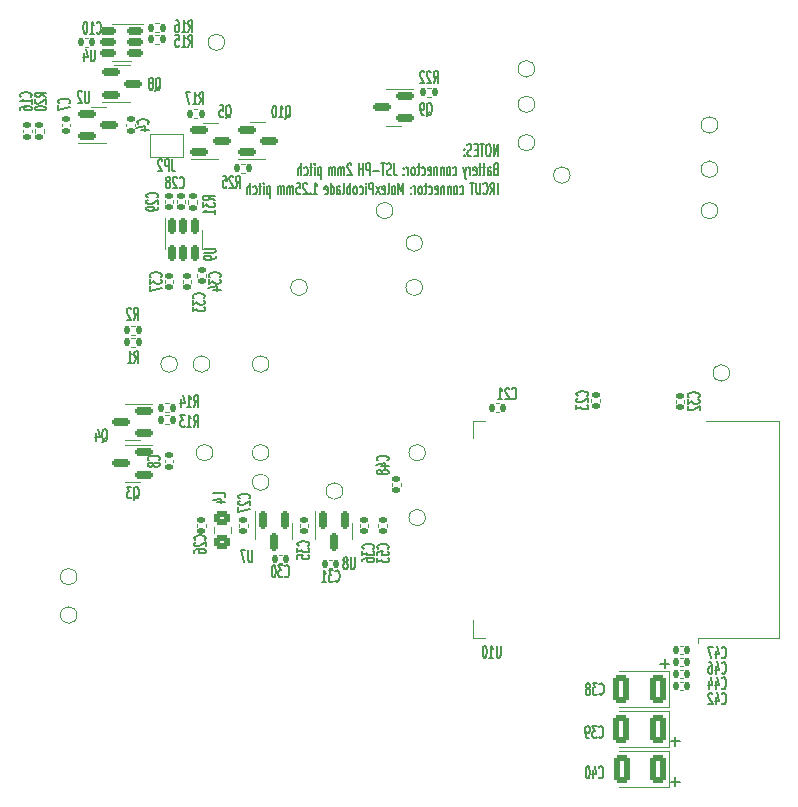
<source format=gbo>
%TF.GenerationSoftware,KiCad,Pcbnew,(7.0.0)*%
%TF.CreationDate,2023-03-19T17:01:15-07:00*%
%TF.ProjectId,ai-camera-rev2,61692d63-616d-4657-9261-2d726576322e,rev2*%
%TF.SameCoordinates,PX5a995c0PY2aea540*%
%TF.FileFunction,Legend,Bot*%
%TF.FilePolarity,Positive*%
%FSLAX46Y46*%
G04 Gerber Fmt 4.6, Leading zero omitted, Abs format (unit mm)*
G04 Created by KiCad (PCBNEW (7.0.0)) date 2023-03-19 17:01:15*
%MOMM*%
%LPD*%
G01*
G04 APERTURE LIST*
G04 Aperture macros list*
%AMRoundRect*
0 Rectangle with rounded corners*
0 $1 Rounding radius*
0 $2 $3 $4 $5 $6 $7 $8 $9 X,Y pos of 4 corners*
0 Add a 4 corners polygon primitive as box body*
4,1,4,$2,$3,$4,$5,$6,$7,$8,$9,$2,$3,0*
0 Add four circle primitives for the rounded corners*
1,1,$1+$1,$2,$3*
1,1,$1+$1,$4,$5*
1,1,$1+$1,$6,$7*
1,1,$1+$1,$8,$9*
0 Add four rect primitives between the rounded corners*
20,1,$1+$1,$2,$3,$4,$5,0*
20,1,$1+$1,$4,$5,$6,$7,0*
20,1,$1+$1,$6,$7,$8,$9,0*
20,1,$1+$1,$8,$9,$2,$3,0*%
%AMRotRect*
0 Rectangle, with rotation*
0 The origin of the aperture is its center*
0 $1 length*
0 $2 width*
0 $3 Rotation angle, in degrees counterclockwise*
0 Add horizontal line*
21,1,$1,$2,0,0,$3*%
G04 Aperture macros list end*
%ADD10C,0.150000*%
%ADD11C,0.120000*%
%ADD12C,3.600000*%
%ADD13C,6.400000*%
%ADD14C,4.000000*%
%ADD15C,1.700000*%
%ADD16C,0.800000*%
%ADD17RotRect,1.524000X1.524000X45.000000*%
%ADD18C,1.524000*%
%ADD19R,1.700000X1.700000*%
%ADD20O,1.700000X1.700000*%
%ADD21C,0.650000*%
%ADD22O,2.100000X1.000000*%
%ADD23O,1.600000X1.000000*%
%ADD24C,2.374900*%
%ADD25C,0.990600*%
%ADD26RoundRect,0.150000X-0.587500X-0.150000X0.587500X-0.150000X0.587500X0.150000X-0.587500X0.150000X0*%
%ADD27RoundRect,0.250000X0.412500X0.925000X-0.412500X0.925000X-0.412500X-0.925000X0.412500X-0.925000X0*%
%ADD28C,1.000000*%
%ADD29RoundRect,0.135000X0.135000X0.185000X-0.135000X0.185000X-0.135000X-0.185000X0.135000X-0.185000X0*%
%ADD30RoundRect,0.140000X0.170000X-0.140000X0.170000X0.140000X-0.170000X0.140000X-0.170000X-0.140000X0*%
%ADD31R,0.900000X1.500000*%
%ADD32R,1.500000X0.900000*%
%ADD33C,0.600000*%
%ADD34R,3.900000X3.900000*%
%ADD35RoundRect,0.135000X-0.185000X0.135000X-0.185000X-0.135000X0.185000X-0.135000X0.185000X0.135000X0*%
%ADD36RoundRect,0.140000X-0.140000X-0.170000X0.140000X-0.170000X0.140000X0.170000X-0.140000X0.170000X0*%
%ADD37RoundRect,0.150000X0.587500X0.150000X-0.587500X0.150000X-0.587500X-0.150000X0.587500X-0.150000X0*%
%ADD38RoundRect,0.140000X-0.170000X0.140000X-0.170000X-0.140000X0.170000X-0.140000X0.170000X0.140000X0*%
%ADD39RoundRect,0.140000X0.140000X0.170000X-0.140000X0.170000X-0.140000X-0.170000X0.140000X-0.170000X0*%
%ADD40RoundRect,0.150000X-0.150000X0.587500X-0.150000X-0.587500X0.150000X-0.587500X0.150000X0.587500X0*%
%ADD41RoundRect,0.135000X-0.135000X-0.185000X0.135000X-0.185000X0.135000X0.185000X-0.135000X0.185000X0*%
%ADD42R,1.000000X1.500000*%
%ADD43RoundRect,0.150000X0.512500X0.150000X-0.512500X0.150000X-0.512500X-0.150000X0.512500X-0.150000X0*%
%ADD44RoundRect,0.135000X0.185000X-0.135000X0.185000X0.135000X-0.185000X0.135000X-0.185000X-0.135000X0*%
%ADD45RoundRect,0.150000X-0.150000X0.512500X-0.150000X-0.512500X0.150000X-0.512500X0.150000X0.512500X0*%
%ADD46RoundRect,0.250000X0.450000X-0.325000X0.450000X0.325000X-0.450000X0.325000X-0.450000X-0.325000X0*%
G04 APERTURE END LIST*
D10*
X45827142Y-14137380D02*
X45827142Y-13137380D01*
X45827142Y-13137380D02*
X45484285Y-14137380D01*
X45484285Y-14137380D02*
X45484285Y-13137380D01*
X45084286Y-13137380D02*
X44970000Y-13137380D01*
X44970000Y-13137380D02*
X44912857Y-13185000D01*
X44912857Y-13185000D02*
X44855714Y-13280238D01*
X44855714Y-13280238D02*
X44827143Y-13470714D01*
X44827143Y-13470714D02*
X44827143Y-13804047D01*
X44827143Y-13804047D02*
X44855714Y-13994523D01*
X44855714Y-13994523D02*
X44912857Y-14089761D01*
X44912857Y-14089761D02*
X44970000Y-14137380D01*
X44970000Y-14137380D02*
X45084286Y-14137380D01*
X45084286Y-14137380D02*
X45141429Y-14089761D01*
X45141429Y-14089761D02*
X45198571Y-13994523D01*
X45198571Y-13994523D02*
X45227143Y-13804047D01*
X45227143Y-13804047D02*
X45227143Y-13470714D01*
X45227143Y-13470714D02*
X45198571Y-13280238D01*
X45198571Y-13280238D02*
X45141429Y-13185000D01*
X45141429Y-13185000D02*
X45084286Y-13137380D01*
X44655715Y-13137380D02*
X44312858Y-13137380D01*
X44484286Y-14137380D02*
X44484286Y-13137380D01*
X44112857Y-13613571D02*
X43912857Y-13613571D01*
X43827143Y-14137380D02*
X44112857Y-14137380D01*
X44112857Y-14137380D02*
X44112857Y-13137380D01*
X44112857Y-13137380D02*
X43827143Y-13137380D01*
X43598572Y-14089761D02*
X43512858Y-14137380D01*
X43512858Y-14137380D02*
X43370000Y-14137380D01*
X43370000Y-14137380D02*
X43312858Y-14089761D01*
X43312858Y-14089761D02*
X43284286Y-14042142D01*
X43284286Y-14042142D02*
X43255715Y-13946904D01*
X43255715Y-13946904D02*
X43255715Y-13851666D01*
X43255715Y-13851666D02*
X43284286Y-13756428D01*
X43284286Y-13756428D02*
X43312858Y-13708809D01*
X43312858Y-13708809D02*
X43370000Y-13661190D01*
X43370000Y-13661190D02*
X43484286Y-13613571D01*
X43484286Y-13613571D02*
X43541429Y-13565952D01*
X43541429Y-13565952D02*
X43570000Y-13518333D01*
X43570000Y-13518333D02*
X43598572Y-13423095D01*
X43598572Y-13423095D02*
X43598572Y-13327857D01*
X43598572Y-13327857D02*
X43570000Y-13232619D01*
X43570000Y-13232619D02*
X43541429Y-13185000D01*
X43541429Y-13185000D02*
X43484286Y-13137380D01*
X43484286Y-13137380D02*
X43341429Y-13137380D01*
X43341429Y-13137380D02*
X43255715Y-13185000D01*
X42998571Y-14042142D02*
X42970000Y-14089761D01*
X42970000Y-14089761D02*
X42998571Y-14137380D01*
X42998571Y-14137380D02*
X43027143Y-14089761D01*
X43027143Y-14089761D02*
X42998571Y-14042142D01*
X42998571Y-14042142D02*
X42998571Y-14137380D01*
X42998571Y-13518333D02*
X42970000Y-13565952D01*
X42970000Y-13565952D02*
X42998571Y-13613571D01*
X42998571Y-13613571D02*
X43027143Y-13565952D01*
X43027143Y-13565952D02*
X42998571Y-13518333D01*
X42998571Y-13518333D02*
X42998571Y-13613571D01*
X45627142Y-15233571D02*
X45541428Y-15281190D01*
X45541428Y-15281190D02*
X45512857Y-15328809D01*
X45512857Y-15328809D02*
X45484285Y-15424047D01*
X45484285Y-15424047D02*
X45484285Y-15566904D01*
X45484285Y-15566904D02*
X45512857Y-15662142D01*
X45512857Y-15662142D02*
X45541428Y-15709761D01*
X45541428Y-15709761D02*
X45598571Y-15757380D01*
X45598571Y-15757380D02*
X45827142Y-15757380D01*
X45827142Y-15757380D02*
X45827142Y-14757380D01*
X45827142Y-14757380D02*
X45627142Y-14757380D01*
X45627142Y-14757380D02*
X45570000Y-14805000D01*
X45570000Y-14805000D02*
X45541428Y-14852619D01*
X45541428Y-14852619D02*
X45512857Y-14947857D01*
X45512857Y-14947857D02*
X45512857Y-15043095D01*
X45512857Y-15043095D02*
X45541428Y-15138333D01*
X45541428Y-15138333D02*
X45570000Y-15185952D01*
X45570000Y-15185952D02*
X45627142Y-15233571D01*
X45627142Y-15233571D02*
X45827142Y-15233571D01*
X44970000Y-15757380D02*
X44970000Y-15233571D01*
X44970000Y-15233571D02*
X44998571Y-15138333D01*
X44998571Y-15138333D02*
X45055714Y-15090714D01*
X45055714Y-15090714D02*
X45170000Y-15090714D01*
X45170000Y-15090714D02*
X45227142Y-15138333D01*
X44970000Y-15709761D02*
X45027142Y-15757380D01*
X45027142Y-15757380D02*
X45170000Y-15757380D01*
X45170000Y-15757380D02*
X45227142Y-15709761D01*
X45227142Y-15709761D02*
X45255714Y-15614523D01*
X45255714Y-15614523D02*
X45255714Y-15519285D01*
X45255714Y-15519285D02*
X45227142Y-15424047D01*
X45227142Y-15424047D02*
X45170000Y-15376428D01*
X45170000Y-15376428D02*
X45027142Y-15376428D01*
X45027142Y-15376428D02*
X44970000Y-15328809D01*
X44770000Y-15090714D02*
X44541428Y-15090714D01*
X44684285Y-14757380D02*
X44684285Y-15614523D01*
X44684285Y-15614523D02*
X44655714Y-15709761D01*
X44655714Y-15709761D02*
X44598571Y-15757380D01*
X44598571Y-15757380D02*
X44541428Y-15757380D01*
X44427143Y-15090714D02*
X44198571Y-15090714D01*
X44341428Y-14757380D02*
X44341428Y-15614523D01*
X44341428Y-15614523D02*
X44312857Y-15709761D01*
X44312857Y-15709761D02*
X44255714Y-15757380D01*
X44255714Y-15757380D02*
X44198571Y-15757380D01*
X43770000Y-15709761D02*
X43827143Y-15757380D01*
X43827143Y-15757380D02*
X43941429Y-15757380D01*
X43941429Y-15757380D02*
X43998571Y-15709761D01*
X43998571Y-15709761D02*
X44027143Y-15614523D01*
X44027143Y-15614523D02*
X44027143Y-15233571D01*
X44027143Y-15233571D02*
X43998571Y-15138333D01*
X43998571Y-15138333D02*
X43941429Y-15090714D01*
X43941429Y-15090714D02*
X43827143Y-15090714D01*
X43827143Y-15090714D02*
X43770000Y-15138333D01*
X43770000Y-15138333D02*
X43741429Y-15233571D01*
X43741429Y-15233571D02*
X43741429Y-15328809D01*
X43741429Y-15328809D02*
X44027143Y-15424047D01*
X43484285Y-15757380D02*
X43484285Y-15090714D01*
X43484285Y-15281190D02*
X43455714Y-15185952D01*
X43455714Y-15185952D02*
X43427143Y-15138333D01*
X43427143Y-15138333D02*
X43370000Y-15090714D01*
X43370000Y-15090714D02*
X43312857Y-15090714D01*
X43169999Y-15090714D02*
X43027142Y-15757380D01*
X42884285Y-15090714D02*
X43027142Y-15757380D01*
X43027142Y-15757380D02*
X43084285Y-15995476D01*
X43084285Y-15995476D02*
X43112856Y-16043095D01*
X43112856Y-16043095D02*
X43169999Y-16090714D01*
X42038571Y-15709761D02*
X42095713Y-15757380D01*
X42095713Y-15757380D02*
X42209999Y-15757380D01*
X42209999Y-15757380D02*
X42267142Y-15709761D01*
X42267142Y-15709761D02*
X42295713Y-15662142D01*
X42295713Y-15662142D02*
X42324285Y-15566904D01*
X42324285Y-15566904D02*
X42324285Y-15281190D01*
X42324285Y-15281190D02*
X42295713Y-15185952D01*
X42295713Y-15185952D02*
X42267142Y-15138333D01*
X42267142Y-15138333D02*
X42209999Y-15090714D01*
X42209999Y-15090714D02*
X42095713Y-15090714D01*
X42095713Y-15090714D02*
X42038571Y-15138333D01*
X41695713Y-15757380D02*
X41752856Y-15709761D01*
X41752856Y-15709761D02*
X41781427Y-15662142D01*
X41781427Y-15662142D02*
X41809999Y-15566904D01*
X41809999Y-15566904D02*
X41809999Y-15281190D01*
X41809999Y-15281190D02*
X41781427Y-15185952D01*
X41781427Y-15185952D02*
X41752856Y-15138333D01*
X41752856Y-15138333D02*
X41695713Y-15090714D01*
X41695713Y-15090714D02*
X41609999Y-15090714D01*
X41609999Y-15090714D02*
X41552856Y-15138333D01*
X41552856Y-15138333D02*
X41524285Y-15185952D01*
X41524285Y-15185952D02*
X41495713Y-15281190D01*
X41495713Y-15281190D02*
X41495713Y-15566904D01*
X41495713Y-15566904D02*
X41524285Y-15662142D01*
X41524285Y-15662142D02*
X41552856Y-15709761D01*
X41552856Y-15709761D02*
X41609999Y-15757380D01*
X41609999Y-15757380D02*
X41695713Y-15757380D01*
X41238570Y-15090714D02*
X41238570Y-15757380D01*
X41238570Y-15185952D02*
X41209999Y-15138333D01*
X41209999Y-15138333D02*
X41152856Y-15090714D01*
X41152856Y-15090714D02*
X41067142Y-15090714D01*
X41067142Y-15090714D02*
X41009999Y-15138333D01*
X41009999Y-15138333D02*
X40981428Y-15233571D01*
X40981428Y-15233571D02*
X40981428Y-15757380D01*
X40695713Y-15090714D02*
X40695713Y-15757380D01*
X40695713Y-15185952D02*
X40667142Y-15138333D01*
X40667142Y-15138333D02*
X40609999Y-15090714D01*
X40609999Y-15090714D02*
X40524285Y-15090714D01*
X40524285Y-15090714D02*
X40467142Y-15138333D01*
X40467142Y-15138333D02*
X40438571Y-15233571D01*
X40438571Y-15233571D02*
X40438571Y-15757380D01*
X39924285Y-15709761D02*
X39981428Y-15757380D01*
X39981428Y-15757380D02*
X40095714Y-15757380D01*
X40095714Y-15757380D02*
X40152856Y-15709761D01*
X40152856Y-15709761D02*
X40181428Y-15614523D01*
X40181428Y-15614523D02*
X40181428Y-15233571D01*
X40181428Y-15233571D02*
X40152856Y-15138333D01*
X40152856Y-15138333D02*
X40095714Y-15090714D01*
X40095714Y-15090714D02*
X39981428Y-15090714D01*
X39981428Y-15090714D02*
X39924285Y-15138333D01*
X39924285Y-15138333D02*
X39895714Y-15233571D01*
X39895714Y-15233571D02*
X39895714Y-15328809D01*
X39895714Y-15328809D02*
X40181428Y-15424047D01*
X39381428Y-15709761D02*
X39438570Y-15757380D01*
X39438570Y-15757380D02*
X39552856Y-15757380D01*
X39552856Y-15757380D02*
X39609999Y-15709761D01*
X39609999Y-15709761D02*
X39638570Y-15662142D01*
X39638570Y-15662142D02*
X39667142Y-15566904D01*
X39667142Y-15566904D02*
X39667142Y-15281190D01*
X39667142Y-15281190D02*
X39638570Y-15185952D01*
X39638570Y-15185952D02*
X39609999Y-15138333D01*
X39609999Y-15138333D02*
X39552856Y-15090714D01*
X39552856Y-15090714D02*
X39438570Y-15090714D01*
X39438570Y-15090714D02*
X39381428Y-15138333D01*
X39209999Y-15090714D02*
X38981427Y-15090714D01*
X39124284Y-14757380D02*
X39124284Y-15614523D01*
X39124284Y-15614523D02*
X39095713Y-15709761D01*
X39095713Y-15709761D02*
X39038570Y-15757380D01*
X39038570Y-15757380D02*
X38981427Y-15757380D01*
X38695713Y-15757380D02*
X38752856Y-15709761D01*
X38752856Y-15709761D02*
X38781427Y-15662142D01*
X38781427Y-15662142D02*
X38809999Y-15566904D01*
X38809999Y-15566904D02*
X38809999Y-15281190D01*
X38809999Y-15281190D02*
X38781427Y-15185952D01*
X38781427Y-15185952D02*
X38752856Y-15138333D01*
X38752856Y-15138333D02*
X38695713Y-15090714D01*
X38695713Y-15090714D02*
X38609999Y-15090714D01*
X38609999Y-15090714D02*
X38552856Y-15138333D01*
X38552856Y-15138333D02*
X38524285Y-15185952D01*
X38524285Y-15185952D02*
X38495713Y-15281190D01*
X38495713Y-15281190D02*
X38495713Y-15566904D01*
X38495713Y-15566904D02*
X38524285Y-15662142D01*
X38524285Y-15662142D02*
X38552856Y-15709761D01*
X38552856Y-15709761D02*
X38609999Y-15757380D01*
X38609999Y-15757380D02*
X38695713Y-15757380D01*
X38238570Y-15757380D02*
X38238570Y-15090714D01*
X38238570Y-15281190D02*
X38209999Y-15185952D01*
X38209999Y-15185952D02*
X38181428Y-15138333D01*
X38181428Y-15138333D02*
X38124285Y-15090714D01*
X38124285Y-15090714D02*
X38067142Y-15090714D01*
X37867141Y-15662142D02*
X37838570Y-15709761D01*
X37838570Y-15709761D02*
X37867141Y-15757380D01*
X37867141Y-15757380D02*
X37895713Y-15709761D01*
X37895713Y-15709761D02*
X37867141Y-15662142D01*
X37867141Y-15662142D02*
X37867141Y-15757380D01*
X37867141Y-15138333D02*
X37838570Y-15185952D01*
X37838570Y-15185952D02*
X37867141Y-15233571D01*
X37867141Y-15233571D02*
X37895713Y-15185952D01*
X37895713Y-15185952D02*
X37867141Y-15138333D01*
X37867141Y-15138333D02*
X37867141Y-15233571D01*
X37049999Y-14757380D02*
X37049999Y-15471666D01*
X37049999Y-15471666D02*
X37078570Y-15614523D01*
X37078570Y-15614523D02*
X37135713Y-15709761D01*
X37135713Y-15709761D02*
X37221427Y-15757380D01*
X37221427Y-15757380D02*
X37278570Y-15757380D01*
X36792856Y-15709761D02*
X36707142Y-15757380D01*
X36707142Y-15757380D02*
X36564284Y-15757380D01*
X36564284Y-15757380D02*
X36507142Y-15709761D01*
X36507142Y-15709761D02*
X36478570Y-15662142D01*
X36478570Y-15662142D02*
X36449999Y-15566904D01*
X36449999Y-15566904D02*
X36449999Y-15471666D01*
X36449999Y-15471666D02*
X36478570Y-15376428D01*
X36478570Y-15376428D02*
X36507142Y-15328809D01*
X36507142Y-15328809D02*
X36564284Y-15281190D01*
X36564284Y-15281190D02*
X36678570Y-15233571D01*
X36678570Y-15233571D02*
X36735713Y-15185952D01*
X36735713Y-15185952D02*
X36764284Y-15138333D01*
X36764284Y-15138333D02*
X36792856Y-15043095D01*
X36792856Y-15043095D02*
X36792856Y-14947857D01*
X36792856Y-14947857D02*
X36764284Y-14852619D01*
X36764284Y-14852619D02*
X36735713Y-14805000D01*
X36735713Y-14805000D02*
X36678570Y-14757380D01*
X36678570Y-14757380D02*
X36535713Y-14757380D01*
X36535713Y-14757380D02*
X36449999Y-14805000D01*
X36278570Y-14757380D02*
X35935713Y-14757380D01*
X36107141Y-15757380D02*
X36107141Y-14757380D01*
X35735712Y-15376428D02*
X35278570Y-15376428D01*
X34992855Y-15757380D02*
X34992855Y-14757380D01*
X34992855Y-14757380D02*
X34764284Y-14757380D01*
X34764284Y-14757380D02*
X34707141Y-14805000D01*
X34707141Y-14805000D02*
X34678570Y-14852619D01*
X34678570Y-14852619D02*
X34649998Y-14947857D01*
X34649998Y-14947857D02*
X34649998Y-15090714D01*
X34649998Y-15090714D02*
X34678570Y-15185952D01*
X34678570Y-15185952D02*
X34707141Y-15233571D01*
X34707141Y-15233571D02*
X34764284Y-15281190D01*
X34764284Y-15281190D02*
X34992855Y-15281190D01*
X34392855Y-15757380D02*
X34392855Y-14757380D01*
X34392855Y-15233571D02*
X34049998Y-15233571D01*
X34049998Y-15757380D02*
X34049998Y-14757380D01*
X33432856Y-14852619D02*
X33404284Y-14805000D01*
X33404284Y-14805000D02*
X33347142Y-14757380D01*
X33347142Y-14757380D02*
X33204284Y-14757380D01*
X33204284Y-14757380D02*
X33147142Y-14805000D01*
X33147142Y-14805000D02*
X33118570Y-14852619D01*
X33118570Y-14852619D02*
X33089999Y-14947857D01*
X33089999Y-14947857D02*
X33089999Y-15043095D01*
X33089999Y-15043095D02*
X33118570Y-15185952D01*
X33118570Y-15185952D02*
X33461427Y-15757380D01*
X33461427Y-15757380D02*
X33089999Y-15757380D01*
X32832855Y-15757380D02*
X32832855Y-15090714D01*
X32832855Y-15185952D02*
X32804284Y-15138333D01*
X32804284Y-15138333D02*
X32747141Y-15090714D01*
X32747141Y-15090714D02*
X32661427Y-15090714D01*
X32661427Y-15090714D02*
X32604284Y-15138333D01*
X32604284Y-15138333D02*
X32575713Y-15233571D01*
X32575713Y-15233571D02*
X32575713Y-15757380D01*
X32575713Y-15233571D02*
X32547141Y-15138333D01*
X32547141Y-15138333D02*
X32489998Y-15090714D01*
X32489998Y-15090714D02*
X32404284Y-15090714D01*
X32404284Y-15090714D02*
X32347141Y-15138333D01*
X32347141Y-15138333D02*
X32318570Y-15233571D01*
X32318570Y-15233571D02*
X32318570Y-15757380D01*
X32032855Y-15757380D02*
X32032855Y-15090714D01*
X32032855Y-15185952D02*
X32004284Y-15138333D01*
X32004284Y-15138333D02*
X31947141Y-15090714D01*
X31947141Y-15090714D02*
X31861427Y-15090714D01*
X31861427Y-15090714D02*
X31804284Y-15138333D01*
X31804284Y-15138333D02*
X31775713Y-15233571D01*
X31775713Y-15233571D02*
X31775713Y-15757380D01*
X31775713Y-15233571D02*
X31747141Y-15138333D01*
X31747141Y-15138333D02*
X31689998Y-15090714D01*
X31689998Y-15090714D02*
X31604284Y-15090714D01*
X31604284Y-15090714D02*
X31547141Y-15138333D01*
X31547141Y-15138333D02*
X31518570Y-15233571D01*
X31518570Y-15233571D02*
X31518570Y-15757380D01*
X30872855Y-15090714D02*
X30872855Y-16090714D01*
X30872855Y-15138333D02*
X30815713Y-15090714D01*
X30815713Y-15090714D02*
X30701427Y-15090714D01*
X30701427Y-15090714D02*
X30644284Y-15138333D01*
X30644284Y-15138333D02*
X30615713Y-15185952D01*
X30615713Y-15185952D02*
X30587141Y-15281190D01*
X30587141Y-15281190D02*
X30587141Y-15566904D01*
X30587141Y-15566904D02*
X30615713Y-15662142D01*
X30615713Y-15662142D02*
X30644284Y-15709761D01*
X30644284Y-15709761D02*
X30701427Y-15757380D01*
X30701427Y-15757380D02*
X30815713Y-15757380D01*
X30815713Y-15757380D02*
X30872855Y-15709761D01*
X30329998Y-15757380D02*
X30329998Y-15090714D01*
X30329998Y-14757380D02*
X30358570Y-14805000D01*
X30358570Y-14805000D02*
X30329998Y-14852619D01*
X30329998Y-14852619D02*
X30301427Y-14805000D01*
X30301427Y-14805000D02*
X30329998Y-14757380D01*
X30329998Y-14757380D02*
X30329998Y-14852619D01*
X30129999Y-15090714D02*
X29901427Y-15090714D01*
X30044284Y-14757380D02*
X30044284Y-15614523D01*
X30044284Y-15614523D02*
X30015713Y-15709761D01*
X30015713Y-15709761D02*
X29958570Y-15757380D01*
X29958570Y-15757380D02*
X29901427Y-15757380D01*
X29444285Y-15709761D02*
X29501427Y-15757380D01*
X29501427Y-15757380D02*
X29615713Y-15757380D01*
X29615713Y-15757380D02*
X29672856Y-15709761D01*
X29672856Y-15709761D02*
X29701427Y-15662142D01*
X29701427Y-15662142D02*
X29729999Y-15566904D01*
X29729999Y-15566904D02*
X29729999Y-15281190D01*
X29729999Y-15281190D02*
X29701427Y-15185952D01*
X29701427Y-15185952D02*
X29672856Y-15138333D01*
X29672856Y-15138333D02*
X29615713Y-15090714D01*
X29615713Y-15090714D02*
X29501427Y-15090714D01*
X29501427Y-15090714D02*
X29444285Y-15138333D01*
X29187141Y-15757380D02*
X29187141Y-14757380D01*
X28929999Y-15757380D02*
X28929999Y-15233571D01*
X28929999Y-15233571D02*
X28958570Y-15138333D01*
X28958570Y-15138333D02*
X29015713Y-15090714D01*
X29015713Y-15090714D02*
X29101427Y-15090714D01*
X29101427Y-15090714D02*
X29158570Y-15138333D01*
X29158570Y-15138333D02*
X29187141Y-15185952D01*
X45827142Y-17377380D02*
X45827142Y-16377380D01*
X45198571Y-17377380D02*
X45398571Y-16901190D01*
X45541428Y-17377380D02*
X45541428Y-16377380D01*
X45541428Y-16377380D02*
X45312857Y-16377380D01*
X45312857Y-16377380D02*
X45255714Y-16425000D01*
X45255714Y-16425000D02*
X45227143Y-16472619D01*
X45227143Y-16472619D02*
X45198571Y-16567857D01*
X45198571Y-16567857D02*
X45198571Y-16710714D01*
X45198571Y-16710714D02*
X45227143Y-16805952D01*
X45227143Y-16805952D02*
X45255714Y-16853571D01*
X45255714Y-16853571D02*
X45312857Y-16901190D01*
X45312857Y-16901190D02*
X45541428Y-16901190D01*
X44598571Y-17282142D02*
X44627143Y-17329761D01*
X44627143Y-17329761D02*
X44712857Y-17377380D01*
X44712857Y-17377380D02*
X44770000Y-17377380D01*
X44770000Y-17377380D02*
X44855714Y-17329761D01*
X44855714Y-17329761D02*
X44912857Y-17234523D01*
X44912857Y-17234523D02*
X44941428Y-17139285D01*
X44941428Y-17139285D02*
X44970000Y-16948809D01*
X44970000Y-16948809D02*
X44970000Y-16805952D01*
X44970000Y-16805952D02*
X44941428Y-16615476D01*
X44941428Y-16615476D02*
X44912857Y-16520238D01*
X44912857Y-16520238D02*
X44855714Y-16425000D01*
X44855714Y-16425000D02*
X44770000Y-16377380D01*
X44770000Y-16377380D02*
X44712857Y-16377380D01*
X44712857Y-16377380D02*
X44627143Y-16425000D01*
X44627143Y-16425000D02*
X44598571Y-16472619D01*
X44341428Y-16377380D02*
X44341428Y-17186904D01*
X44341428Y-17186904D02*
X44312857Y-17282142D01*
X44312857Y-17282142D02*
X44284286Y-17329761D01*
X44284286Y-17329761D02*
X44227143Y-17377380D01*
X44227143Y-17377380D02*
X44112857Y-17377380D01*
X44112857Y-17377380D02*
X44055714Y-17329761D01*
X44055714Y-17329761D02*
X44027143Y-17282142D01*
X44027143Y-17282142D02*
X43998571Y-17186904D01*
X43998571Y-17186904D02*
X43998571Y-16377380D01*
X43798572Y-16377380D02*
X43455715Y-16377380D01*
X43627143Y-17377380D02*
X43627143Y-16377380D01*
X42638572Y-17329761D02*
X42695714Y-17377380D01*
X42695714Y-17377380D02*
X42810000Y-17377380D01*
X42810000Y-17377380D02*
X42867143Y-17329761D01*
X42867143Y-17329761D02*
X42895714Y-17282142D01*
X42895714Y-17282142D02*
X42924286Y-17186904D01*
X42924286Y-17186904D02*
X42924286Y-16901190D01*
X42924286Y-16901190D02*
X42895714Y-16805952D01*
X42895714Y-16805952D02*
X42867143Y-16758333D01*
X42867143Y-16758333D02*
X42810000Y-16710714D01*
X42810000Y-16710714D02*
X42695714Y-16710714D01*
X42695714Y-16710714D02*
X42638572Y-16758333D01*
X42295714Y-17377380D02*
X42352857Y-17329761D01*
X42352857Y-17329761D02*
X42381428Y-17282142D01*
X42381428Y-17282142D02*
X42410000Y-17186904D01*
X42410000Y-17186904D02*
X42410000Y-16901190D01*
X42410000Y-16901190D02*
X42381428Y-16805952D01*
X42381428Y-16805952D02*
X42352857Y-16758333D01*
X42352857Y-16758333D02*
X42295714Y-16710714D01*
X42295714Y-16710714D02*
X42210000Y-16710714D01*
X42210000Y-16710714D02*
X42152857Y-16758333D01*
X42152857Y-16758333D02*
X42124286Y-16805952D01*
X42124286Y-16805952D02*
X42095714Y-16901190D01*
X42095714Y-16901190D02*
X42095714Y-17186904D01*
X42095714Y-17186904D02*
X42124286Y-17282142D01*
X42124286Y-17282142D02*
X42152857Y-17329761D01*
X42152857Y-17329761D02*
X42210000Y-17377380D01*
X42210000Y-17377380D02*
X42295714Y-17377380D01*
X41838571Y-16710714D02*
X41838571Y-17377380D01*
X41838571Y-16805952D02*
X41810000Y-16758333D01*
X41810000Y-16758333D02*
X41752857Y-16710714D01*
X41752857Y-16710714D02*
X41667143Y-16710714D01*
X41667143Y-16710714D02*
X41610000Y-16758333D01*
X41610000Y-16758333D02*
X41581429Y-16853571D01*
X41581429Y-16853571D02*
X41581429Y-17377380D01*
X41295714Y-16710714D02*
X41295714Y-17377380D01*
X41295714Y-16805952D02*
X41267143Y-16758333D01*
X41267143Y-16758333D02*
X41210000Y-16710714D01*
X41210000Y-16710714D02*
X41124286Y-16710714D01*
X41124286Y-16710714D02*
X41067143Y-16758333D01*
X41067143Y-16758333D02*
X41038572Y-16853571D01*
X41038572Y-16853571D02*
X41038572Y-17377380D01*
X40524286Y-17329761D02*
X40581429Y-17377380D01*
X40581429Y-17377380D02*
X40695715Y-17377380D01*
X40695715Y-17377380D02*
X40752857Y-17329761D01*
X40752857Y-17329761D02*
X40781429Y-17234523D01*
X40781429Y-17234523D02*
X40781429Y-16853571D01*
X40781429Y-16853571D02*
X40752857Y-16758333D01*
X40752857Y-16758333D02*
X40695715Y-16710714D01*
X40695715Y-16710714D02*
X40581429Y-16710714D01*
X40581429Y-16710714D02*
X40524286Y-16758333D01*
X40524286Y-16758333D02*
X40495715Y-16853571D01*
X40495715Y-16853571D02*
X40495715Y-16948809D01*
X40495715Y-16948809D02*
X40781429Y-17044047D01*
X39981429Y-17329761D02*
X40038571Y-17377380D01*
X40038571Y-17377380D02*
X40152857Y-17377380D01*
X40152857Y-17377380D02*
X40210000Y-17329761D01*
X40210000Y-17329761D02*
X40238571Y-17282142D01*
X40238571Y-17282142D02*
X40267143Y-17186904D01*
X40267143Y-17186904D02*
X40267143Y-16901190D01*
X40267143Y-16901190D02*
X40238571Y-16805952D01*
X40238571Y-16805952D02*
X40210000Y-16758333D01*
X40210000Y-16758333D02*
X40152857Y-16710714D01*
X40152857Y-16710714D02*
X40038571Y-16710714D01*
X40038571Y-16710714D02*
X39981429Y-16758333D01*
X39810000Y-16710714D02*
X39581428Y-16710714D01*
X39724285Y-16377380D02*
X39724285Y-17234523D01*
X39724285Y-17234523D02*
X39695714Y-17329761D01*
X39695714Y-17329761D02*
X39638571Y-17377380D01*
X39638571Y-17377380D02*
X39581428Y-17377380D01*
X39295714Y-17377380D02*
X39352857Y-17329761D01*
X39352857Y-17329761D02*
X39381428Y-17282142D01*
X39381428Y-17282142D02*
X39410000Y-17186904D01*
X39410000Y-17186904D02*
X39410000Y-16901190D01*
X39410000Y-16901190D02*
X39381428Y-16805952D01*
X39381428Y-16805952D02*
X39352857Y-16758333D01*
X39352857Y-16758333D02*
X39295714Y-16710714D01*
X39295714Y-16710714D02*
X39210000Y-16710714D01*
X39210000Y-16710714D02*
X39152857Y-16758333D01*
X39152857Y-16758333D02*
X39124286Y-16805952D01*
X39124286Y-16805952D02*
X39095714Y-16901190D01*
X39095714Y-16901190D02*
X39095714Y-17186904D01*
X39095714Y-17186904D02*
X39124286Y-17282142D01*
X39124286Y-17282142D02*
X39152857Y-17329761D01*
X39152857Y-17329761D02*
X39210000Y-17377380D01*
X39210000Y-17377380D02*
X39295714Y-17377380D01*
X38838571Y-17377380D02*
X38838571Y-16710714D01*
X38838571Y-16901190D02*
X38810000Y-16805952D01*
X38810000Y-16805952D02*
X38781429Y-16758333D01*
X38781429Y-16758333D02*
X38724286Y-16710714D01*
X38724286Y-16710714D02*
X38667143Y-16710714D01*
X38467142Y-17282142D02*
X38438571Y-17329761D01*
X38438571Y-17329761D02*
X38467142Y-17377380D01*
X38467142Y-17377380D02*
X38495714Y-17329761D01*
X38495714Y-17329761D02*
X38467142Y-17282142D01*
X38467142Y-17282142D02*
X38467142Y-17377380D01*
X38467142Y-16758333D02*
X38438571Y-16805952D01*
X38438571Y-16805952D02*
X38467142Y-16853571D01*
X38467142Y-16853571D02*
X38495714Y-16805952D01*
X38495714Y-16805952D02*
X38467142Y-16758333D01*
X38467142Y-16758333D02*
X38467142Y-16853571D01*
X37821428Y-17377380D02*
X37821428Y-16377380D01*
X37821428Y-16377380D02*
X37621428Y-17091666D01*
X37621428Y-17091666D02*
X37421428Y-16377380D01*
X37421428Y-16377380D02*
X37421428Y-17377380D01*
X37050000Y-17377380D02*
X37107143Y-17329761D01*
X37107143Y-17329761D02*
X37135714Y-17282142D01*
X37135714Y-17282142D02*
X37164286Y-17186904D01*
X37164286Y-17186904D02*
X37164286Y-16901190D01*
X37164286Y-16901190D02*
X37135714Y-16805952D01*
X37135714Y-16805952D02*
X37107143Y-16758333D01*
X37107143Y-16758333D02*
X37050000Y-16710714D01*
X37050000Y-16710714D02*
X36964286Y-16710714D01*
X36964286Y-16710714D02*
X36907143Y-16758333D01*
X36907143Y-16758333D02*
X36878572Y-16805952D01*
X36878572Y-16805952D02*
X36850000Y-16901190D01*
X36850000Y-16901190D02*
X36850000Y-17186904D01*
X36850000Y-17186904D02*
X36878572Y-17282142D01*
X36878572Y-17282142D02*
X36907143Y-17329761D01*
X36907143Y-17329761D02*
X36964286Y-17377380D01*
X36964286Y-17377380D02*
X37050000Y-17377380D01*
X36507143Y-17377380D02*
X36564286Y-17329761D01*
X36564286Y-17329761D02*
X36592857Y-17234523D01*
X36592857Y-17234523D02*
X36592857Y-16377380D01*
X36050000Y-17329761D02*
X36107143Y-17377380D01*
X36107143Y-17377380D02*
X36221429Y-17377380D01*
X36221429Y-17377380D02*
X36278571Y-17329761D01*
X36278571Y-17329761D02*
X36307143Y-17234523D01*
X36307143Y-17234523D02*
X36307143Y-16853571D01*
X36307143Y-16853571D02*
X36278571Y-16758333D01*
X36278571Y-16758333D02*
X36221429Y-16710714D01*
X36221429Y-16710714D02*
X36107143Y-16710714D01*
X36107143Y-16710714D02*
X36050000Y-16758333D01*
X36050000Y-16758333D02*
X36021429Y-16853571D01*
X36021429Y-16853571D02*
X36021429Y-16948809D01*
X36021429Y-16948809D02*
X36307143Y-17044047D01*
X35821428Y-17377380D02*
X35507143Y-16710714D01*
X35821428Y-16710714D02*
X35507143Y-17377380D01*
X35278571Y-17377380D02*
X35278571Y-16377380D01*
X35278571Y-16377380D02*
X35050000Y-16377380D01*
X35050000Y-16377380D02*
X34992857Y-16425000D01*
X34992857Y-16425000D02*
X34964286Y-16472619D01*
X34964286Y-16472619D02*
X34935714Y-16567857D01*
X34935714Y-16567857D02*
X34935714Y-16710714D01*
X34935714Y-16710714D02*
X34964286Y-16805952D01*
X34964286Y-16805952D02*
X34992857Y-16853571D01*
X34992857Y-16853571D02*
X35050000Y-16901190D01*
X35050000Y-16901190D02*
X35278571Y-16901190D01*
X34678571Y-17377380D02*
X34678571Y-16710714D01*
X34678571Y-16377380D02*
X34707143Y-16425000D01*
X34707143Y-16425000D02*
X34678571Y-16472619D01*
X34678571Y-16472619D02*
X34650000Y-16425000D01*
X34650000Y-16425000D02*
X34678571Y-16377380D01*
X34678571Y-16377380D02*
X34678571Y-16472619D01*
X34135715Y-17329761D02*
X34192857Y-17377380D01*
X34192857Y-17377380D02*
X34307143Y-17377380D01*
X34307143Y-17377380D02*
X34364286Y-17329761D01*
X34364286Y-17329761D02*
X34392857Y-17282142D01*
X34392857Y-17282142D02*
X34421429Y-17186904D01*
X34421429Y-17186904D02*
X34421429Y-16901190D01*
X34421429Y-16901190D02*
X34392857Y-16805952D01*
X34392857Y-16805952D02*
X34364286Y-16758333D01*
X34364286Y-16758333D02*
X34307143Y-16710714D01*
X34307143Y-16710714D02*
X34192857Y-16710714D01*
X34192857Y-16710714D02*
X34135715Y-16758333D01*
X33792857Y-17377380D02*
X33850000Y-17329761D01*
X33850000Y-17329761D02*
X33878571Y-17282142D01*
X33878571Y-17282142D02*
X33907143Y-17186904D01*
X33907143Y-17186904D02*
X33907143Y-16901190D01*
X33907143Y-16901190D02*
X33878571Y-16805952D01*
X33878571Y-16805952D02*
X33850000Y-16758333D01*
X33850000Y-16758333D02*
X33792857Y-16710714D01*
X33792857Y-16710714D02*
X33707143Y-16710714D01*
X33707143Y-16710714D02*
X33650000Y-16758333D01*
X33650000Y-16758333D02*
X33621429Y-16805952D01*
X33621429Y-16805952D02*
X33592857Y-16901190D01*
X33592857Y-16901190D02*
X33592857Y-17186904D01*
X33592857Y-17186904D02*
X33621429Y-17282142D01*
X33621429Y-17282142D02*
X33650000Y-17329761D01*
X33650000Y-17329761D02*
X33707143Y-17377380D01*
X33707143Y-17377380D02*
X33792857Y-17377380D01*
X33335714Y-17377380D02*
X33335714Y-16377380D01*
X33335714Y-16758333D02*
X33278572Y-16710714D01*
X33278572Y-16710714D02*
X33164286Y-16710714D01*
X33164286Y-16710714D02*
X33107143Y-16758333D01*
X33107143Y-16758333D02*
X33078572Y-16805952D01*
X33078572Y-16805952D02*
X33050000Y-16901190D01*
X33050000Y-16901190D02*
X33050000Y-17186904D01*
X33050000Y-17186904D02*
X33078572Y-17282142D01*
X33078572Y-17282142D02*
X33107143Y-17329761D01*
X33107143Y-17329761D02*
X33164286Y-17377380D01*
X33164286Y-17377380D02*
X33278572Y-17377380D01*
X33278572Y-17377380D02*
X33335714Y-17329761D01*
X32707143Y-17377380D02*
X32764286Y-17329761D01*
X32764286Y-17329761D02*
X32792857Y-17234523D01*
X32792857Y-17234523D02*
X32792857Y-16377380D01*
X32221429Y-17377380D02*
X32221429Y-16853571D01*
X32221429Y-16853571D02*
X32250000Y-16758333D01*
X32250000Y-16758333D02*
X32307143Y-16710714D01*
X32307143Y-16710714D02*
X32421429Y-16710714D01*
X32421429Y-16710714D02*
X32478571Y-16758333D01*
X32221429Y-17329761D02*
X32278571Y-17377380D01*
X32278571Y-17377380D02*
X32421429Y-17377380D01*
X32421429Y-17377380D02*
X32478571Y-17329761D01*
X32478571Y-17329761D02*
X32507143Y-17234523D01*
X32507143Y-17234523D02*
X32507143Y-17139285D01*
X32507143Y-17139285D02*
X32478571Y-17044047D01*
X32478571Y-17044047D02*
X32421429Y-16996428D01*
X32421429Y-16996428D02*
X32278571Y-16996428D01*
X32278571Y-16996428D02*
X32221429Y-16948809D01*
X31678572Y-17377380D02*
X31678572Y-16377380D01*
X31678572Y-17329761D02*
X31735714Y-17377380D01*
X31735714Y-17377380D02*
X31850000Y-17377380D01*
X31850000Y-17377380D02*
X31907143Y-17329761D01*
X31907143Y-17329761D02*
X31935714Y-17282142D01*
X31935714Y-17282142D02*
X31964286Y-17186904D01*
X31964286Y-17186904D02*
X31964286Y-16901190D01*
X31964286Y-16901190D02*
X31935714Y-16805952D01*
X31935714Y-16805952D02*
X31907143Y-16758333D01*
X31907143Y-16758333D02*
X31850000Y-16710714D01*
X31850000Y-16710714D02*
X31735714Y-16710714D01*
X31735714Y-16710714D02*
X31678572Y-16758333D01*
X31164286Y-17329761D02*
X31221429Y-17377380D01*
X31221429Y-17377380D02*
X31335715Y-17377380D01*
X31335715Y-17377380D02*
X31392857Y-17329761D01*
X31392857Y-17329761D02*
X31421429Y-17234523D01*
X31421429Y-17234523D02*
X31421429Y-16853571D01*
X31421429Y-16853571D02*
X31392857Y-16758333D01*
X31392857Y-16758333D02*
X31335715Y-16710714D01*
X31335715Y-16710714D02*
X31221429Y-16710714D01*
X31221429Y-16710714D02*
X31164286Y-16758333D01*
X31164286Y-16758333D02*
X31135715Y-16853571D01*
X31135715Y-16853571D02*
X31135715Y-16948809D01*
X31135715Y-16948809D02*
X31421429Y-17044047D01*
X30204286Y-17377380D02*
X30547143Y-17377380D01*
X30375714Y-17377380D02*
X30375714Y-16377380D01*
X30375714Y-16377380D02*
X30432857Y-16520238D01*
X30432857Y-16520238D02*
X30490000Y-16615476D01*
X30490000Y-16615476D02*
X30547143Y-16663095D01*
X29947142Y-17282142D02*
X29918571Y-17329761D01*
X29918571Y-17329761D02*
X29947142Y-17377380D01*
X29947142Y-17377380D02*
X29975714Y-17329761D01*
X29975714Y-17329761D02*
X29947142Y-17282142D01*
X29947142Y-17282142D02*
X29947142Y-17377380D01*
X29690000Y-16472619D02*
X29661428Y-16425000D01*
X29661428Y-16425000D02*
X29604286Y-16377380D01*
X29604286Y-16377380D02*
X29461428Y-16377380D01*
X29461428Y-16377380D02*
X29404286Y-16425000D01*
X29404286Y-16425000D02*
X29375714Y-16472619D01*
X29375714Y-16472619D02*
X29347143Y-16567857D01*
X29347143Y-16567857D02*
X29347143Y-16663095D01*
X29347143Y-16663095D02*
X29375714Y-16805952D01*
X29375714Y-16805952D02*
X29718571Y-17377380D01*
X29718571Y-17377380D02*
X29347143Y-17377380D01*
X28804285Y-16377380D02*
X29089999Y-16377380D01*
X29089999Y-16377380D02*
X29118571Y-16853571D01*
X29118571Y-16853571D02*
X29089999Y-16805952D01*
X29089999Y-16805952D02*
X29032857Y-16758333D01*
X29032857Y-16758333D02*
X28889999Y-16758333D01*
X28889999Y-16758333D02*
X28832857Y-16805952D01*
X28832857Y-16805952D02*
X28804285Y-16853571D01*
X28804285Y-16853571D02*
X28775714Y-16948809D01*
X28775714Y-16948809D02*
X28775714Y-17186904D01*
X28775714Y-17186904D02*
X28804285Y-17282142D01*
X28804285Y-17282142D02*
X28832857Y-17329761D01*
X28832857Y-17329761D02*
X28889999Y-17377380D01*
X28889999Y-17377380D02*
X29032857Y-17377380D01*
X29032857Y-17377380D02*
X29089999Y-17329761D01*
X29089999Y-17329761D02*
X29118571Y-17282142D01*
X28518570Y-17377380D02*
X28518570Y-16710714D01*
X28518570Y-16805952D02*
X28489999Y-16758333D01*
X28489999Y-16758333D02*
X28432856Y-16710714D01*
X28432856Y-16710714D02*
X28347142Y-16710714D01*
X28347142Y-16710714D02*
X28289999Y-16758333D01*
X28289999Y-16758333D02*
X28261428Y-16853571D01*
X28261428Y-16853571D02*
X28261428Y-17377380D01*
X28261428Y-16853571D02*
X28232856Y-16758333D01*
X28232856Y-16758333D02*
X28175713Y-16710714D01*
X28175713Y-16710714D02*
X28089999Y-16710714D01*
X28089999Y-16710714D02*
X28032856Y-16758333D01*
X28032856Y-16758333D02*
X28004285Y-16853571D01*
X28004285Y-16853571D02*
X28004285Y-17377380D01*
X27718570Y-17377380D02*
X27718570Y-16710714D01*
X27718570Y-16805952D02*
X27689999Y-16758333D01*
X27689999Y-16758333D02*
X27632856Y-16710714D01*
X27632856Y-16710714D02*
X27547142Y-16710714D01*
X27547142Y-16710714D02*
X27489999Y-16758333D01*
X27489999Y-16758333D02*
X27461428Y-16853571D01*
X27461428Y-16853571D02*
X27461428Y-17377380D01*
X27461428Y-16853571D02*
X27432856Y-16758333D01*
X27432856Y-16758333D02*
X27375713Y-16710714D01*
X27375713Y-16710714D02*
X27289999Y-16710714D01*
X27289999Y-16710714D02*
X27232856Y-16758333D01*
X27232856Y-16758333D02*
X27204285Y-16853571D01*
X27204285Y-16853571D02*
X27204285Y-17377380D01*
X26558570Y-16710714D02*
X26558570Y-17710714D01*
X26558570Y-16758333D02*
X26501428Y-16710714D01*
X26501428Y-16710714D02*
X26387142Y-16710714D01*
X26387142Y-16710714D02*
X26329999Y-16758333D01*
X26329999Y-16758333D02*
X26301428Y-16805952D01*
X26301428Y-16805952D02*
X26272856Y-16901190D01*
X26272856Y-16901190D02*
X26272856Y-17186904D01*
X26272856Y-17186904D02*
X26301428Y-17282142D01*
X26301428Y-17282142D02*
X26329999Y-17329761D01*
X26329999Y-17329761D02*
X26387142Y-17377380D01*
X26387142Y-17377380D02*
X26501428Y-17377380D01*
X26501428Y-17377380D02*
X26558570Y-17329761D01*
X26015713Y-17377380D02*
X26015713Y-16710714D01*
X26015713Y-16377380D02*
X26044285Y-16425000D01*
X26044285Y-16425000D02*
X26015713Y-16472619D01*
X26015713Y-16472619D02*
X25987142Y-16425000D01*
X25987142Y-16425000D02*
X26015713Y-16377380D01*
X26015713Y-16377380D02*
X26015713Y-16472619D01*
X25815714Y-16710714D02*
X25587142Y-16710714D01*
X25729999Y-16377380D02*
X25729999Y-17234523D01*
X25729999Y-17234523D02*
X25701428Y-17329761D01*
X25701428Y-17329761D02*
X25644285Y-17377380D01*
X25644285Y-17377380D02*
X25587142Y-17377380D01*
X25130000Y-17329761D02*
X25187142Y-17377380D01*
X25187142Y-17377380D02*
X25301428Y-17377380D01*
X25301428Y-17377380D02*
X25358571Y-17329761D01*
X25358571Y-17329761D02*
X25387142Y-17282142D01*
X25387142Y-17282142D02*
X25415714Y-17186904D01*
X25415714Y-17186904D02*
X25415714Y-16901190D01*
X25415714Y-16901190D02*
X25387142Y-16805952D01*
X25387142Y-16805952D02*
X25358571Y-16758333D01*
X25358571Y-16758333D02*
X25301428Y-16710714D01*
X25301428Y-16710714D02*
X25187142Y-16710714D01*
X25187142Y-16710714D02*
X25130000Y-16758333D01*
X24872856Y-17377380D02*
X24872856Y-16377380D01*
X24615714Y-17377380D02*
X24615714Y-16853571D01*
X24615714Y-16853571D02*
X24644285Y-16758333D01*
X24644285Y-16758333D02*
X24701428Y-16710714D01*
X24701428Y-16710714D02*
X24787142Y-16710714D01*
X24787142Y-16710714D02*
X24844285Y-16758333D01*
X24844285Y-16758333D02*
X24872856Y-16805952D01*
X22787142Y-10932619D02*
X22844285Y-10885000D01*
X22844285Y-10885000D02*
X22901428Y-10789761D01*
X22901428Y-10789761D02*
X22987142Y-10646904D01*
X22987142Y-10646904D02*
X23044285Y-10599285D01*
X23044285Y-10599285D02*
X23101428Y-10599285D01*
X23072857Y-10837380D02*
X23130000Y-10789761D01*
X23130000Y-10789761D02*
X23187142Y-10694523D01*
X23187142Y-10694523D02*
X23215714Y-10504047D01*
X23215714Y-10504047D02*
X23215714Y-10170714D01*
X23215714Y-10170714D02*
X23187142Y-9980238D01*
X23187142Y-9980238D02*
X23130000Y-9885000D01*
X23130000Y-9885000D02*
X23072857Y-9837380D01*
X23072857Y-9837380D02*
X22958571Y-9837380D01*
X22958571Y-9837380D02*
X22901428Y-9885000D01*
X22901428Y-9885000D02*
X22844285Y-9980238D01*
X22844285Y-9980238D02*
X22815714Y-10170714D01*
X22815714Y-10170714D02*
X22815714Y-10504047D01*
X22815714Y-10504047D02*
X22844285Y-10694523D01*
X22844285Y-10694523D02*
X22901428Y-10789761D01*
X22901428Y-10789761D02*
X22958571Y-10837380D01*
X22958571Y-10837380D02*
X23072857Y-10837380D01*
X22272857Y-9837380D02*
X22558571Y-9837380D01*
X22558571Y-9837380D02*
X22587143Y-10313571D01*
X22587143Y-10313571D02*
X22558571Y-10265952D01*
X22558571Y-10265952D02*
X22501429Y-10218333D01*
X22501429Y-10218333D02*
X22358571Y-10218333D01*
X22358571Y-10218333D02*
X22301429Y-10265952D01*
X22301429Y-10265952D02*
X22272857Y-10313571D01*
X22272857Y-10313571D02*
X22244286Y-10408809D01*
X22244286Y-10408809D02*
X22244286Y-10646904D01*
X22244286Y-10646904D02*
X22272857Y-10742142D01*
X22272857Y-10742142D02*
X22301429Y-10789761D01*
X22301429Y-10789761D02*
X22358571Y-10837380D01*
X22358571Y-10837380D02*
X22501429Y-10837380D01*
X22501429Y-10837380D02*
X22558571Y-10789761D01*
X22558571Y-10789761D02*
X22587143Y-10742142D01*
X54393214Y-63309642D02*
X54421786Y-63357261D01*
X54421786Y-63357261D02*
X54507500Y-63404880D01*
X54507500Y-63404880D02*
X54564643Y-63404880D01*
X54564643Y-63404880D02*
X54650357Y-63357261D01*
X54650357Y-63357261D02*
X54707500Y-63262023D01*
X54707500Y-63262023D02*
X54736071Y-63166785D01*
X54736071Y-63166785D02*
X54764643Y-62976309D01*
X54764643Y-62976309D02*
X54764643Y-62833452D01*
X54764643Y-62833452D02*
X54736071Y-62642976D01*
X54736071Y-62642976D02*
X54707500Y-62547738D01*
X54707500Y-62547738D02*
X54650357Y-62452500D01*
X54650357Y-62452500D02*
X54564643Y-62404880D01*
X54564643Y-62404880D02*
X54507500Y-62404880D01*
X54507500Y-62404880D02*
X54421786Y-62452500D01*
X54421786Y-62452500D02*
X54393214Y-62500119D01*
X54193214Y-62404880D02*
X53821786Y-62404880D01*
X53821786Y-62404880D02*
X54021786Y-62785833D01*
X54021786Y-62785833D02*
X53936071Y-62785833D01*
X53936071Y-62785833D02*
X53878929Y-62833452D01*
X53878929Y-62833452D02*
X53850357Y-62881071D01*
X53850357Y-62881071D02*
X53821786Y-62976309D01*
X53821786Y-62976309D02*
X53821786Y-63214404D01*
X53821786Y-63214404D02*
X53850357Y-63309642D01*
X53850357Y-63309642D02*
X53878929Y-63357261D01*
X53878929Y-63357261D02*
X53936071Y-63404880D01*
X53936071Y-63404880D02*
X54107500Y-63404880D01*
X54107500Y-63404880D02*
X54164643Y-63357261D01*
X54164643Y-63357261D02*
X54193214Y-63309642D01*
X53536071Y-63404880D02*
X53421785Y-63404880D01*
X53421785Y-63404880D02*
X53364642Y-63357261D01*
X53364642Y-63357261D02*
X53336071Y-63309642D01*
X53336071Y-63309642D02*
X53278928Y-63166785D01*
X53278928Y-63166785D02*
X53250357Y-62976309D01*
X53250357Y-62976309D02*
X53250357Y-62595357D01*
X53250357Y-62595357D02*
X53278928Y-62500119D01*
X53278928Y-62500119D02*
X53307500Y-62452500D01*
X53307500Y-62452500D02*
X53364642Y-62404880D01*
X53364642Y-62404880D02*
X53478928Y-62404880D01*
X53478928Y-62404880D02*
X53536071Y-62452500D01*
X53536071Y-62452500D02*
X53564642Y-62500119D01*
X53564642Y-62500119D02*
X53593214Y-62595357D01*
X53593214Y-62595357D02*
X53593214Y-62833452D01*
X53593214Y-62833452D02*
X53564642Y-62928690D01*
X53564642Y-62928690D02*
X53536071Y-62976309D01*
X53536071Y-62976309D02*
X53478928Y-63023928D01*
X53478928Y-63023928D02*
X53364642Y-63023928D01*
X53364642Y-63023928D02*
X53307500Y-62976309D01*
X53307500Y-62976309D02*
X53278928Y-62928690D01*
X53278928Y-62928690D02*
X53250357Y-62833452D01*
X61230951Y-63666428D02*
X60469047Y-63666428D01*
X60849999Y-64047380D02*
X60849999Y-63285476D01*
X15009999Y-27987380D02*
X15209999Y-27511190D01*
X15352856Y-27987380D02*
X15352856Y-26987380D01*
X15352856Y-26987380D02*
X15124285Y-26987380D01*
X15124285Y-26987380D02*
X15067142Y-27035000D01*
X15067142Y-27035000D02*
X15038571Y-27082619D01*
X15038571Y-27082619D02*
X15009999Y-27177857D01*
X15009999Y-27177857D02*
X15009999Y-27320714D01*
X15009999Y-27320714D02*
X15038571Y-27415952D01*
X15038571Y-27415952D02*
X15067142Y-27463571D01*
X15067142Y-27463571D02*
X15124285Y-27511190D01*
X15124285Y-27511190D02*
X15352856Y-27511190D01*
X14781428Y-27082619D02*
X14752856Y-27035000D01*
X14752856Y-27035000D02*
X14695714Y-26987380D01*
X14695714Y-26987380D02*
X14552856Y-26987380D01*
X14552856Y-26987380D02*
X14495714Y-27035000D01*
X14495714Y-27035000D02*
X14467142Y-27082619D01*
X14467142Y-27082619D02*
X14438571Y-27177857D01*
X14438571Y-27177857D02*
X14438571Y-27273095D01*
X14438571Y-27273095D02*
X14467142Y-27415952D01*
X14467142Y-27415952D02*
X14809999Y-27987380D01*
X14809999Y-27987380D02*
X14438571Y-27987380D01*
X62812142Y-34524285D02*
X62859761Y-34495713D01*
X62859761Y-34495713D02*
X62907380Y-34409999D01*
X62907380Y-34409999D02*
X62907380Y-34352856D01*
X62907380Y-34352856D02*
X62859761Y-34267142D01*
X62859761Y-34267142D02*
X62764523Y-34209999D01*
X62764523Y-34209999D02*
X62669285Y-34181428D01*
X62669285Y-34181428D02*
X62478809Y-34152856D01*
X62478809Y-34152856D02*
X62335952Y-34152856D01*
X62335952Y-34152856D02*
X62145476Y-34181428D01*
X62145476Y-34181428D02*
X62050238Y-34209999D01*
X62050238Y-34209999D02*
X61955000Y-34267142D01*
X61955000Y-34267142D02*
X61907380Y-34352856D01*
X61907380Y-34352856D02*
X61907380Y-34409999D01*
X61907380Y-34409999D02*
X61955000Y-34495713D01*
X61955000Y-34495713D02*
X62002619Y-34524285D01*
X61907380Y-34724285D02*
X61907380Y-35095713D01*
X61907380Y-35095713D02*
X62288333Y-34895713D01*
X62288333Y-34895713D02*
X62288333Y-34981428D01*
X62288333Y-34981428D02*
X62335952Y-35038571D01*
X62335952Y-35038571D02*
X62383571Y-35067142D01*
X62383571Y-35067142D02*
X62478809Y-35095713D01*
X62478809Y-35095713D02*
X62716904Y-35095713D01*
X62716904Y-35095713D02*
X62812142Y-35067142D01*
X62812142Y-35067142D02*
X62859761Y-35038571D01*
X62859761Y-35038571D02*
X62907380Y-34981428D01*
X62907380Y-34981428D02*
X62907380Y-34809999D01*
X62907380Y-34809999D02*
X62859761Y-34752856D01*
X62859761Y-34752856D02*
X62812142Y-34724285D01*
X62002619Y-35324285D02*
X61955000Y-35352857D01*
X61955000Y-35352857D02*
X61907380Y-35410000D01*
X61907380Y-35410000D02*
X61907380Y-35552857D01*
X61907380Y-35552857D02*
X61955000Y-35610000D01*
X61955000Y-35610000D02*
X62002619Y-35638571D01*
X62002619Y-35638571D02*
X62097857Y-35667142D01*
X62097857Y-35667142D02*
X62193095Y-35667142D01*
X62193095Y-35667142D02*
X62335952Y-35638571D01*
X62335952Y-35638571D02*
X62907380Y-35295714D01*
X62907380Y-35295714D02*
X62907380Y-35667142D01*
X46062856Y-55597380D02*
X46062856Y-56406904D01*
X46062856Y-56406904D02*
X46034285Y-56502142D01*
X46034285Y-56502142D02*
X46005714Y-56549761D01*
X46005714Y-56549761D02*
X45948571Y-56597380D01*
X45948571Y-56597380D02*
X45834285Y-56597380D01*
X45834285Y-56597380D02*
X45777142Y-56549761D01*
X45777142Y-56549761D02*
X45748571Y-56502142D01*
X45748571Y-56502142D02*
X45719999Y-56406904D01*
X45719999Y-56406904D02*
X45719999Y-55597380D01*
X45120000Y-56597380D02*
X45462857Y-56597380D01*
X45291428Y-56597380D02*
X45291428Y-55597380D01*
X45291428Y-55597380D02*
X45348571Y-55740238D01*
X45348571Y-55740238D02*
X45405714Y-55835476D01*
X45405714Y-55835476D02*
X45462857Y-55883095D01*
X44748571Y-55597380D02*
X44691428Y-55597380D01*
X44691428Y-55597380D02*
X44634285Y-55645000D01*
X44634285Y-55645000D02*
X44605714Y-55692619D01*
X44605714Y-55692619D02*
X44577142Y-55787857D01*
X44577142Y-55787857D02*
X44548571Y-55978333D01*
X44548571Y-55978333D02*
X44548571Y-56216428D01*
X44548571Y-56216428D02*
X44577142Y-56406904D01*
X44577142Y-56406904D02*
X44605714Y-56502142D01*
X44605714Y-56502142D02*
X44634285Y-56549761D01*
X44634285Y-56549761D02*
X44691428Y-56597380D01*
X44691428Y-56597380D02*
X44748571Y-56597380D01*
X44748571Y-56597380D02*
X44805714Y-56549761D01*
X44805714Y-56549761D02*
X44834285Y-56502142D01*
X44834285Y-56502142D02*
X44862856Y-56406904D01*
X44862856Y-56406904D02*
X44891428Y-56216428D01*
X44891428Y-56216428D02*
X44891428Y-55978333D01*
X44891428Y-55978333D02*
X44862856Y-55787857D01*
X44862856Y-55787857D02*
X44834285Y-55692619D01*
X44834285Y-55692619D02*
X44805714Y-55645000D01*
X44805714Y-55645000D02*
X44748571Y-55597380D01*
X16987142Y-17619285D02*
X17034761Y-17590713D01*
X17034761Y-17590713D02*
X17082380Y-17504999D01*
X17082380Y-17504999D02*
X17082380Y-17447856D01*
X17082380Y-17447856D02*
X17034761Y-17362142D01*
X17034761Y-17362142D02*
X16939523Y-17304999D01*
X16939523Y-17304999D02*
X16844285Y-17276428D01*
X16844285Y-17276428D02*
X16653809Y-17247856D01*
X16653809Y-17247856D02*
X16510952Y-17247856D01*
X16510952Y-17247856D02*
X16320476Y-17276428D01*
X16320476Y-17276428D02*
X16225238Y-17304999D01*
X16225238Y-17304999D02*
X16130000Y-17362142D01*
X16130000Y-17362142D02*
X16082380Y-17447856D01*
X16082380Y-17447856D02*
X16082380Y-17504999D01*
X16082380Y-17504999D02*
X16130000Y-17590713D01*
X16130000Y-17590713D02*
X16177619Y-17619285D01*
X16177619Y-17847856D02*
X16130000Y-17876428D01*
X16130000Y-17876428D02*
X16082380Y-17933571D01*
X16082380Y-17933571D02*
X16082380Y-18076428D01*
X16082380Y-18076428D02*
X16130000Y-18133571D01*
X16130000Y-18133571D02*
X16177619Y-18162142D01*
X16177619Y-18162142D02*
X16272857Y-18190713D01*
X16272857Y-18190713D02*
X16368095Y-18190713D01*
X16368095Y-18190713D02*
X16510952Y-18162142D01*
X16510952Y-18162142D02*
X17082380Y-17819285D01*
X17082380Y-17819285D02*
X17082380Y-18190713D01*
X17082380Y-18476428D02*
X17082380Y-18590714D01*
X17082380Y-18590714D02*
X17034761Y-18647857D01*
X17034761Y-18647857D02*
X16987142Y-18676428D01*
X16987142Y-18676428D02*
X16844285Y-18733571D01*
X16844285Y-18733571D02*
X16653809Y-18762142D01*
X16653809Y-18762142D02*
X16272857Y-18762142D01*
X16272857Y-18762142D02*
X16177619Y-18733571D01*
X16177619Y-18733571D02*
X16130000Y-18705000D01*
X16130000Y-18705000D02*
X16082380Y-18647857D01*
X16082380Y-18647857D02*
X16082380Y-18533571D01*
X16082380Y-18533571D02*
X16130000Y-18476428D01*
X16130000Y-18476428D02*
X16177619Y-18447857D01*
X16177619Y-18447857D02*
X16272857Y-18419285D01*
X16272857Y-18419285D02*
X16510952Y-18419285D01*
X16510952Y-18419285D02*
X16606190Y-18447857D01*
X16606190Y-18447857D02*
X16653809Y-18476428D01*
X16653809Y-18476428D02*
X16701428Y-18533571D01*
X16701428Y-18533571D02*
X16701428Y-18647857D01*
X16701428Y-18647857D02*
X16653809Y-18705000D01*
X16653809Y-18705000D02*
X16606190Y-18733571D01*
X16606190Y-18733571D02*
X16510952Y-18762142D01*
X22272142Y-24364285D02*
X22319761Y-24335713D01*
X22319761Y-24335713D02*
X22367380Y-24249999D01*
X22367380Y-24249999D02*
X22367380Y-24192856D01*
X22367380Y-24192856D02*
X22319761Y-24107142D01*
X22319761Y-24107142D02*
X22224523Y-24049999D01*
X22224523Y-24049999D02*
X22129285Y-24021428D01*
X22129285Y-24021428D02*
X21938809Y-23992856D01*
X21938809Y-23992856D02*
X21795952Y-23992856D01*
X21795952Y-23992856D02*
X21605476Y-24021428D01*
X21605476Y-24021428D02*
X21510238Y-24049999D01*
X21510238Y-24049999D02*
X21415000Y-24107142D01*
X21415000Y-24107142D02*
X21367380Y-24192856D01*
X21367380Y-24192856D02*
X21367380Y-24249999D01*
X21367380Y-24249999D02*
X21415000Y-24335713D01*
X21415000Y-24335713D02*
X21462619Y-24364285D01*
X21367380Y-24564285D02*
X21367380Y-24935713D01*
X21367380Y-24935713D02*
X21748333Y-24735713D01*
X21748333Y-24735713D02*
X21748333Y-24821428D01*
X21748333Y-24821428D02*
X21795952Y-24878571D01*
X21795952Y-24878571D02*
X21843571Y-24907142D01*
X21843571Y-24907142D02*
X21938809Y-24935713D01*
X21938809Y-24935713D02*
X22176904Y-24935713D01*
X22176904Y-24935713D02*
X22272142Y-24907142D01*
X22272142Y-24907142D02*
X22319761Y-24878571D01*
X22319761Y-24878571D02*
X22367380Y-24821428D01*
X22367380Y-24821428D02*
X22367380Y-24649999D01*
X22367380Y-24649999D02*
X22319761Y-24592856D01*
X22319761Y-24592856D02*
X22272142Y-24564285D01*
X21700714Y-25450000D02*
X22367380Y-25450000D01*
X21319761Y-25307142D02*
X22034047Y-25164285D01*
X22034047Y-25164285D02*
X22034047Y-25535714D01*
X36482142Y-39904285D02*
X36529761Y-39875713D01*
X36529761Y-39875713D02*
X36577380Y-39789999D01*
X36577380Y-39789999D02*
X36577380Y-39732856D01*
X36577380Y-39732856D02*
X36529761Y-39647142D01*
X36529761Y-39647142D02*
X36434523Y-39589999D01*
X36434523Y-39589999D02*
X36339285Y-39561428D01*
X36339285Y-39561428D02*
X36148809Y-39532856D01*
X36148809Y-39532856D02*
X36005952Y-39532856D01*
X36005952Y-39532856D02*
X35815476Y-39561428D01*
X35815476Y-39561428D02*
X35720238Y-39589999D01*
X35720238Y-39589999D02*
X35625000Y-39647142D01*
X35625000Y-39647142D02*
X35577380Y-39732856D01*
X35577380Y-39732856D02*
X35577380Y-39789999D01*
X35577380Y-39789999D02*
X35625000Y-39875713D01*
X35625000Y-39875713D02*
X35672619Y-39904285D01*
X35910714Y-40418571D02*
X36577380Y-40418571D01*
X35529761Y-40275713D02*
X36244047Y-40132856D01*
X36244047Y-40132856D02*
X36244047Y-40504285D01*
X36005952Y-40818571D02*
X35958333Y-40761428D01*
X35958333Y-40761428D02*
X35910714Y-40732857D01*
X35910714Y-40732857D02*
X35815476Y-40704285D01*
X35815476Y-40704285D02*
X35767857Y-40704285D01*
X35767857Y-40704285D02*
X35672619Y-40732857D01*
X35672619Y-40732857D02*
X35625000Y-40761428D01*
X35625000Y-40761428D02*
X35577380Y-40818571D01*
X35577380Y-40818571D02*
X35577380Y-40932857D01*
X35577380Y-40932857D02*
X35625000Y-40990000D01*
X35625000Y-40990000D02*
X35672619Y-41018571D01*
X35672619Y-41018571D02*
X35767857Y-41047142D01*
X35767857Y-41047142D02*
X35815476Y-41047142D01*
X35815476Y-41047142D02*
X35910714Y-41018571D01*
X35910714Y-41018571D02*
X35958333Y-40990000D01*
X35958333Y-40990000D02*
X36005952Y-40932857D01*
X36005952Y-40932857D02*
X36005952Y-40818571D01*
X36005952Y-40818571D02*
X36053571Y-40761428D01*
X36053571Y-40761428D02*
X36101190Y-40732857D01*
X36101190Y-40732857D02*
X36196428Y-40704285D01*
X36196428Y-40704285D02*
X36386904Y-40704285D01*
X36386904Y-40704285D02*
X36482142Y-40732857D01*
X36482142Y-40732857D02*
X36529761Y-40761428D01*
X36529761Y-40761428D02*
X36577380Y-40818571D01*
X36577380Y-40818571D02*
X36577380Y-40932857D01*
X36577380Y-40932857D02*
X36529761Y-40990000D01*
X36529761Y-40990000D02*
X36482142Y-41018571D01*
X36482142Y-41018571D02*
X36386904Y-41047142D01*
X36386904Y-41047142D02*
X36196428Y-41047142D01*
X36196428Y-41047142D02*
X36101190Y-41018571D01*
X36101190Y-41018571D02*
X36053571Y-40990000D01*
X36053571Y-40990000D02*
X36005952Y-40932857D01*
X21867380Y-17864285D02*
X21391190Y-17664285D01*
X21867380Y-17521428D02*
X20867380Y-17521428D01*
X20867380Y-17521428D02*
X20867380Y-17749999D01*
X20867380Y-17749999D02*
X20915000Y-17807142D01*
X20915000Y-17807142D02*
X20962619Y-17835713D01*
X20962619Y-17835713D02*
X21057857Y-17864285D01*
X21057857Y-17864285D02*
X21200714Y-17864285D01*
X21200714Y-17864285D02*
X21295952Y-17835713D01*
X21295952Y-17835713D02*
X21343571Y-17807142D01*
X21343571Y-17807142D02*
X21391190Y-17749999D01*
X21391190Y-17749999D02*
X21391190Y-17521428D01*
X20867380Y-18064285D02*
X20867380Y-18435713D01*
X20867380Y-18435713D02*
X21248333Y-18235713D01*
X21248333Y-18235713D02*
X21248333Y-18321428D01*
X21248333Y-18321428D02*
X21295952Y-18378571D01*
X21295952Y-18378571D02*
X21343571Y-18407142D01*
X21343571Y-18407142D02*
X21438809Y-18435713D01*
X21438809Y-18435713D02*
X21676904Y-18435713D01*
X21676904Y-18435713D02*
X21772142Y-18407142D01*
X21772142Y-18407142D02*
X21819761Y-18378571D01*
X21819761Y-18378571D02*
X21867380Y-18321428D01*
X21867380Y-18321428D02*
X21867380Y-18149999D01*
X21867380Y-18149999D02*
X21819761Y-18092856D01*
X21819761Y-18092856D02*
X21772142Y-18064285D01*
X21867380Y-19007142D02*
X21867380Y-18664285D01*
X21867380Y-18835714D02*
X20867380Y-18835714D01*
X20867380Y-18835714D02*
X21010238Y-18778571D01*
X21010238Y-18778571D02*
X21105476Y-18721428D01*
X21105476Y-18721428D02*
X21153095Y-18664285D01*
X16182142Y-11400000D02*
X16229761Y-11371428D01*
X16229761Y-11371428D02*
X16277380Y-11285714D01*
X16277380Y-11285714D02*
X16277380Y-11228571D01*
X16277380Y-11228571D02*
X16229761Y-11142857D01*
X16229761Y-11142857D02*
X16134523Y-11085714D01*
X16134523Y-11085714D02*
X16039285Y-11057143D01*
X16039285Y-11057143D02*
X15848809Y-11028571D01*
X15848809Y-11028571D02*
X15705952Y-11028571D01*
X15705952Y-11028571D02*
X15515476Y-11057143D01*
X15515476Y-11057143D02*
X15420238Y-11085714D01*
X15420238Y-11085714D02*
X15325000Y-11142857D01*
X15325000Y-11142857D02*
X15277380Y-11228571D01*
X15277380Y-11228571D02*
X15277380Y-11285714D01*
X15277380Y-11285714D02*
X15325000Y-11371428D01*
X15325000Y-11371428D02*
X15372619Y-11400000D01*
X15610714Y-11914286D02*
X16277380Y-11914286D01*
X15229761Y-11771428D02*
X15944047Y-11628571D01*
X15944047Y-11628571D02*
X15944047Y-12000000D01*
X17272142Y-24364285D02*
X17319761Y-24335713D01*
X17319761Y-24335713D02*
X17367380Y-24249999D01*
X17367380Y-24249999D02*
X17367380Y-24192856D01*
X17367380Y-24192856D02*
X17319761Y-24107142D01*
X17319761Y-24107142D02*
X17224523Y-24049999D01*
X17224523Y-24049999D02*
X17129285Y-24021428D01*
X17129285Y-24021428D02*
X16938809Y-23992856D01*
X16938809Y-23992856D02*
X16795952Y-23992856D01*
X16795952Y-23992856D02*
X16605476Y-24021428D01*
X16605476Y-24021428D02*
X16510238Y-24049999D01*
X16510238Y-24049999D02*
X16415000Y-24107142D01*
X16415000Y-24107142D02*
X16367380Y-24192856D01*
X16367380Y-24192856D02*
X16367380Y-24249999D01*
X16367380Y-24249999D02*
X16415000Y-24335713D01*
X16415000Y-24335713D02*
X16462619Y-24364285D01*
X16367380Y-24564285D02*
X16367380Y-24935713D01*
X16367380Y-24935713D02*
X16748333Y-24735713D01*
X16748333Y-24735713D02*
X16748333Y-24821428D01*
X16748333Y-24821428D02*
X16795952Y-24878571D01*
X16795952Y-24878571D02*
X16843571Y-24907142D01*
X16843571Y-24907142D02*
X16938809Y-24935713D01*
X16938809Y-24935713D02*
X17176904Y-24935713D01*
X17176904Y-24935713D02*
X17272142Y-24907142D01*
X17272142Y-24907142D02*
X17319761Y-24878571D01*
X17319761Y-24878571D02*
X17367380Y-24821428D01*
X17367380Y-24821428D02*
X17367380Y-24649999D01*
X17367380Y-24649999D02*
X17319761Y-24592856D01*
X17319761Y-24592856D02*
X17272142Y-24564285D01*
X16367380Y-25135714D02*
X16367380Y-25535714D01*
X16367380Y-25535714D02*
X17367380Y-25278571D01*
X64785714Y-57872142D02*
X64814286Y-57919761D01*
X64814286Y-57919761D02*
X64900000Y-57967380D01*
X64900000Y-57967380D02*
X64957143Y-57967380D01*
X64957143Y-57967380D02*
X65042857Y-57919761D01*
X65042857Y-57919761D02*
X65100000Y-57824523D01*
X65100000Y-57824523D02*
X65128571Y-57729285D01*
X65128571Y-57729285D02*
X65157143Y-57538809D01*
X65157143Y-57538809D02*
X65157143Y-57395952D01*
X65157143Y-57395952D02*
X65128571Y-57205476D01*
X65128571Y-57205476D02*
X65100000Y-57110238D01*
X65100000Y-57110238D02*
X65042857Y-57015000D01*
X65042857Y-57015000D02*
X64957143Y-56967380D01*
X64957143Y-56967380D02*
X64900000Y-56967380D01*
X64900000Y-56967380D02*
X64814286Y-57015000D01*
X64814286Y-57015000D02*
X64785714Y-57062619D01*
X64271429Y-57300714D02*
X64271429Y-57967380D01*
X64414286Y-56919761D02*
X64557143Y-57634047D01*
X64557143Y-57634047D02*
X64185714Y-57634047D01*
X63700000Y-56967380D02*
X63814285Y-56967380D01*
X63814285Y-56967380D02*
X63871428Y-57015000D01*
X63871428Y-57015000D02*
X63900000Y-57062619D01*
X63900000Y-57062619D02*
X63957142Y-57205476D01*
X63957142Y-57205476D02*
X63985714Y-57395952D01*
X63985714Y-57395952D02*
X63985714Y-57776904D01*
X63985714Y-57776904D02*
X63957142Y-57872142D01*
X63957142Y-57872142D02*
X63928571Y-57919761D01*
X63928571Y-57919761D02*
X63871428Y-57967380D01*
X63871428Y-57967380D02*
X63757142Y-57967380D01*
X63757142Y-57967380D02*
X63700000Y-57919761D01*
X63700000Y-57919761D02*
X63671428Y-57872142D01*
X63671428Y-57872142D02*
X63642857Y-57776904D01*
X63642857Y-57776904D02*
X63642857Y-57538809D01*
X63642857Y-57538809D02*
X63671428Y-57443571D01*
X63671428Y-57443571D02*
X63700000Y-57395952D01*
X63700000Y-57395952D02*
X63757142Y-57348333D01*
X63757142Y-57348333D02*
X63871428Y-57348333D01*
X63871428Y-57348333D02*
X63928571Y-57395952D01*
X63928571Y-57395952D02*
X63957142Y-57443571D01*
X63957142Y-57443571D02*
X63985714Y-57538809D01*
X14987142Y-43212619D02*
X15044285Y-43165000D01*
X15044285Y-43165000D02*
X15101428Y-43069761D01*
X15101428Y-43069761D02*
X15187142Y-42926904D01*
X15187142Y-42926904D02*
X15244285Y-42879285D01*
X15244285Y-42879285D02*
X15301428Y-42879285D01*
X15272857Y-43117380D02*
X15330000Y-43069761D01*
X15330000Y-43069761D02*
X15387142Y-42974523D01*
X15387142Y-42974523D02*
X15415714Y-42784047D01*
X15415714Y-42784047D02*
X15415714Y-42450714D01*
X15415714Y-42450714D02*
X15387142Y-42260238D01*
X15387142Y-42260238D02*
X15330000Y-42165000D01*
X15330000Y-42165000D02*
X15272857Y-42117380D01*
X15272857Y-42117380D02*
X15158571Y-42117380D01*
X15158571Y-42117380D02*
X15101428Y-42165000D01*
X15101428Y-42165000D02*
X15044285Y-42260238D01*
X15044285Y-42260238D02*
X15015714Y-42450714D01*
X15015714Y-42450714D02*
X15015714Y-42784047D01*
X15015714Y-42784047D02*
X15044285Y-42974523D01*
X15044285Y-42974523D02*
X15101428Y-43069761D01*
X15101428Y-43069761D02*
X15158571Y-43117380D01*
X15158571Y-43117380D02*
X15272857Y-43117380D01*
X14815714Y-42117380D02*
X14444286Y-42117380D01*
X14444286Y-42117380D02*
X14644286Y-42498333D01*
X14644286Y-42498333D02*
X14558571Y-42498333D01*
X14558571Y-42498333D02*
X14501429Y-42545952D01*
X14501429Y-42545952D02*
X14472857Y-42593571D01*
X14472857Y-42593571D02*
X14444286Y-42688809D01*
X14444286Y-42688809D02*
X14444286Y-42926904D01*
X14444286Y-42926904D02*
X14472857Y-43022142D01*
X14472857Y-43022142D02*
X14501429Y-43069761D01*
X14501429Y-43069761D02*
X14558571Y-43117380D01*
X14558571Y-43117380D02*
X14730000Y-43117380D01*
X14730000Y-43117380D02*
X14787143Y-43069761D01*
X14787143Y-43069761D02*
X14815714Y-43022142D01*
X6272142Y-9114285D02*
X6319761Y-9085713D01*
X6319761Y-9085713D02*
X6367380Y-8999999D01*
X6367380Y-8999999D02*
X6367380Y-8942856D01*
X6367380Y-8942856D02*
X6319761Y-8857142D01*
X6319761Y-8857142D02*
X6224523Y-8799999D01*
X6224523Y-8799999D02*
X6129285Y-8771428D01*
X6129285Y-8771428D02*
X5938809Y-8742856D01*
X5938809Y-8742856D02*
X5795952Y-8742856D01*
X5795952Y-8742856D02*
X5605476Y-8771428D01*
X5605476Y-8771428D02*
X5510238Y-8799999D01*
X5510238Y-8799999D02*
X5415000Y-8857142D01*
X5415000Y-8857142D02*
X5367380Y-8942856D01*
X5367380Y-8942856D02*
X5367380Y-8999999D01*
X5367380Y-8999999D02*
X5415000Y-9085713D01*
X5415000Y-9085713D02*
X5462619Y-9114285D01*
X6367380Y-9685713D02*
X6367380Y-9342856D01*
X6367380Y-9514285D02*
X5367380Y-9514285D01*
X5367380Y-9514285D02*
X5510238Y-9457142D01*
X5510238Y-9457142D02*
X5605476Y-9399999D01*
X5605476Y-9399999D02*
X5653095Y-9342856D01*
X5367380Y-10200000D02*
X5367380Y-10085714D01*
X5367380Y-10085714D02*
X5415000Y-10028571D01*
X5415000Y-10028571D02*
X5462619Y-10000000D01*
X5462619Y-10000000D02*
X5605476Y-9942857D01*
X5605476Y-9942857D02*
X5795952Y-9914285D01*
X5795952Y-9914285D02*
X6176904Y-9914285D01*
X6176904Y-9914285D02*
X6272142Y-9942857D01*
X6272142Y-9942857D02*
X6319761Y-9971428D01*
X6319761Y-9971428D02*
X6367380Y-10028571D01*
X6367380Y-10028571D02*
X6367380Y-10142857D01*
X6367380Y-10142857D02*
X6319761Y-10200000D01*
X6319761Y-10200000D02*
X6272142Y-10228571D01*
X6272142Y-10228571D02*
X6176904Y-10257142D01*
X6176904Y-10257142D02*
X5938809Y-10257142D01*
X5938809Y-10257142D02*
X5843571Y-10228571D01*
X5843571Y-10228571D02*
X5795952Y-10200000D01*
X5795952Y-10200000D02*
X5748333Y-10142857D01*
X5748333Y-10142857D02*
X5748333Y-10028571D01*
X5748333Y-10028571D02*
X5795952Y-9971428D01*
X5795952Y-9971428D02*
X5843571Y-9942857D01*
X5843571Y-9942857D02*
X5938809Y-9914285D01*
X29772142Y-47114285D02*
X29819761Y-47085713D01*
X29819761Y-47085713D02*
X29867380Y-46999999D01*
X29867380Y-46999999D02*
X29867380Y-46942856D01*
X29867380Y-46942856D02*
X29819761Y-46857142D01*
X29819761Y-46857142D02*
X29724523Y-46799999D01*
X29724523Y-46799999D02*
X29629285Y-46771428D01*
X29629285Y-46771428D02*
X29438809Y-46742856D01*
X29438809Y-46742856D02*
X29295952Y-46742856D01*
X29295952Y-46742856D02*
X29105476Y-46771428D01*
X29105476Y-46771428D02*
X29010238Y-46799999D01*
X29010238Y-46799999D02*
X28915000Y-46857142D01*
X28915000Y-46857142D02*
X28867380Y-46942856D01*
X28867380Y-46942856D02*
X28867380Y-46999999D01*
X28867380Y-46999999D02*
X28915000Y-47085713D01*
X28915000Y-47085713D02*
X28962619Y-47114285D01*
X28867380Y-47314285D02*
X28867380Y-47685713D01*
X28867380Y-47685713D02*
X29248333Y-47485713D01*
X29248333Y-47485713D02*
X29248333Y-47571428D01*
X29248333Y-47571428D02*
X29295952Y-47628571D01*
X29295952Y-47628571D02*
X29343571Y-47657142D01*
X29343571Y-47657142D02*
X29438809Y-47685713D01*
X29438809Y-47685713D02*
X29676904Y-47685713D01*
X29676904Y-47685713D02*
X29772142Y-47657142D01*
X29772142Y-47657142D02*
X29819761Y-47628571D01*
X29819761Y-47628571D02*
X29867380Y-47571428D01*
X29867380Y-47571428D02*
X29867380Y-47399999D01*
X29867380Y-47399999D02*
X29819761Y-47342856D01*
X29819761Y-47342856D02*
X29772142Y-47314285D01*
X28867380Y-48228571D02*
X28867380Y-47942857D01*
X28867380Y-47942857D02*
X29343571Y-47914285D01*
X29343571Y-47914285D02*
X29295952Y-47942857D01*
X29295952Y-47942857D02*
X29248333Y-48000000D01*
X29248333Y-48000000D02*
X29248333Y-48142857D01*
X29248333Y-48142857D02*
X29295952Y-48200000D01*
X29295952Y-48200000D02*
X29343571Y-48228571D01*
X29343571Y-48228571D02*
X29438809Y-48257142D01*
X29438809Y-48257142D02*
X29676904Y-48257142D01*
X29676904Y-48257142D02*
X29772142Y-48228571D01*
X29772142Y-48228571D02*
X29819761Y-48200000D01*
X29819761Y-48200000D02*
X29867380Y-48142857D01*
X29867380Y-48142857D02*
X29867380Y-48000000D01*
X29867380Y-48000000D02*
X29819761Y-47942857D01*
X29819761Y-47942857D02*
X29772142Y-47914285D01*
X40385714Y-7947380D02*
X40585714Y-7471190D01*
X40728571Y-7947380D02*
X40728571Y-6947380D01*
X40728571Y-6947380D02*
X40500000Y-6947380D01*
X40500000Y-6947380D02*
X40442857Y-6995000D01*
X40442857Y-6995000D02*
X40414286Y-7042619D01*
X40414286Y-7042619D02*
X40385714Y-7137857D01*
X40385714Y-7137857D02*
X40385714Y-7280714D01*
X40385714Y-7280714D02*
X40414286Y-7375952D01*
X40414286Y-7375952D02*
X40442857Y-7423571D01*
X40442857Y-7423571D02*
X40500000Y-7471190D01*
X40500000Y-7471190D02*
X40728571Y-7471190D01*
X40157143Y-7042619D02*
X40128571Y-6995000D01*
X40128571Y-6995000D02*
X40071429Y-6947380D01*
X40071429Y-6947380D02*
X39928571Y-6947380D01*
X39928571Y-6947380D02*
X39871429Y-6995000D01*
X39871429Y-6995000D02*
X39842857Y-7042619D01*
X39842857Y-7042619D02*
X39814286Y-7137857D01*
X39814286Y-7137857D02*
X39814286Y-7233095D01*
X39814286Y-7233095D02*
X39842857Y-7375952D01*
X39842857Y-7375952D02*
X40185714Y-7947380D01*
X40185714Y-7947380D02*
X39814286Y-7947380D01*
X39585714Y-7042619D02*
X39557142Y-6995000D01*
X39557142Y-6995000D02*
X39500000Y-6947380D01*
X39500000Y-6947380D02*
X39357142Y-6947380D01*
X39357142Y-6947380D02*
X39300000Y-6995000D01*
X39300000Y-6995000D02*
X39271428Y-7042619D01*
X39271428Y-7042619D02*
X39242857Y-7137857D01*
X39242857Y-7137857D02*
X39242857Y-7233095D01*
X39242857Y-7233095D02*
X39271428Y-7375952D01*
X39271428Y-7375952D02*
X39614285Y-7947380D01*
X39614285Y-7947380D02*
X39242857Y-7947380D01*
X11875714Y-3672142D02*
X11904286Y-3719761D01*
X11904286Y-3719761D02*
X11990000Y-3767380D01*
X11990000Y-3767380D02*
X12047143Y-3767380D01*
X12047143Y-3767380D02*
X12132857Y-3719761D01*
X12132857Y-3719761D02*
X12190000Y-3624523D01*
X12190000Y-3624523D02*
X12218571Y-3529285D01*
X12218571Y-3529285D02*
X12247143Y-3338809D01*
X12247143Y-3338809D02*
X12247143Y-3195952D01*
X12247143Y-3195952D02*
X12218571Y-3005476D01*
X12218571Y-3005476D02*
X12190000Y-2910238D01*
X12190000Y-2910238D02*
X12132857Y-2815000D01*
X12132857Y-2815000D02*
X12047143Y-2767380D01*
X12047143Y-2767380D02*
X11990000Y-2767380D01*
X11990000Y-2767380D02*
X11904286Y-2815000D01*
X11904286Y-2815000D02*
X11875714Y-2862619D01*
X11304286Y-3767380D02*
X11647143Y-3767380D01*
X11475714Y-3767380D02*
X11475714Y-2767380D01*
X11475714Y-2767380D02*
X11532857Y-2910238D01*
X11532857Y-2910238D02*
X11590000Y-3005476D01*
X11590000Y-3005476D02*
X11647143Y-3053095D01*
X10932857Y-2767380D02*
X10875714Y-2767380D01*
X10875714Y-2767380D02*
X10818571Y-2815000D01*
X10818571Y-2815000D02*
X10790000Y-2862619D01*
X10790000Y-2862619D02*
X10761428Y-2957857D01*
X10761428Y-2957857D02*
X10732857Y-3148333D01*
X10732857Y-3148333D02*
X10732857Y-3386428D01*
X10732857Y-3386428D02*
X10761428Y-3576904D01*
X10761428Y-3576904D02*
X10790000Y-3672142D01*
X10790000Y-3672142D02*
X10818571Y-3719761D01*
X10818571Y-3719761D02*
X10875714Y-3767380D01*
X10875714Y-3767380D02*
X10932857Y-3767380D01*
X10932857Y-3767380D02*
X10990000Y-3719761D01*
X10990000Y-3719761D02*
X11018571Y-3672142D01*
X11018571Y-3672142D02*
X11047142Y-3576904D01*
X11047142Y-3576904D02*
X11075714Y-3386428D01*
X11075714Y-3386428D02*
X11075714Y-3148333D01*
X11075714Y-3148333D02*
X11047142Y-2957857D01*
X11047142Y-2957857D02*
X11018571Y-2862619D01*
X11018571Y-2862619D02*
X10990000Y-2815000D01*
X10990000Y-2815000D02*
X10932857Y-2767380D01*
X54405714Y-66722142D02*
X54434286Y-66769761D01*
X54434286Y-66769761D02*
X54520000Y-66817380D01*
X54520000Y-66817380D02*
X54577143Y-66817380D01*
X54577143Y-66817380D02*
X54662857Y-66769761D01*
X54662857Y-66769761D02*
X54720000Y-66674523D01*
X54720000Y-66674523D02*
X54748571Y-66579285D01*
X54748571Y-66579285D02*
X54777143Y-66388809D01*
X54777143Y-66388809D02*
X54777143Y-66245952D01*
X54777143Y-66245952D02*
X54748571Y-66055476D01*
X54748571Y-66055476D02*
X54720000Y-65960238D01*
X54720000Y-65960238D02*
X54662857Y-65865000D01*
X54662857Y-65865000D02*
X54577143Y-65817380D01*
X54577143Y-65817380D02*
X54520000Y-65817380D01*
X54520000Y-65817380D02*
X54434286Y-65865000D01*
X54434286Y-65865000D02*
X54405714Y-65912619D01*
X53891429Y-66150714D02*
X53891429Y-66817380D01*
X54034286Y-65769761D02*
X54177143Y-66484047D01*
X54177143Y-66484047D02*
X53805714Y-66484047D01*
X53462857Y-65817380D02*
X53405714Y-65817380D01*
X53405714Y-65817380D02*
X53348571Y-65865000D01*
X53348571Y-65865000D02*
X53320000Y-65912619D01*
X53320000Y-65912619D02*
X53291428Y-66007857D01*
X53291428Y-66007857D02*
X53262857Y-66198333D01*
X53262857Y-66198333D02*
X53262857Y-66436428D01*
X53262857Y-66436428D02*
X53291428Y-66626904D01*
X53291428Y-66626904D02*
X53320000Y-66722142D01*
X53320000Y-66722142D02*
X53348571Y-66769761D01*
X53348571Y-66769761D02*
X53405714Y-66817380D01*
X53405714Y-66817380D02*
X53462857Y-66817380D01*
X53462857Y-66817380D02*
X53520000Y-66769761D01*
X53520000Y-66769761D02*
X53548571Y-66722142D01*
X53548571Y-66722142D02*
X53577142Y-66626904D01*
X53577142Y-66626904D02*
X53605714Y-66436428D01*
X53605714Y-66436428D02*
X53605714Y-66198333D01*
X53605714Y-66198333D02*
X53577142Y-66007857D01*
X53577142Y-66007857D02*
X53548571Y-65912619D01*
X53548571Y-65912619D02*
X53520000Y-65865000D01*
X53520000Y-65865000D02*
X53462857Y-65817380D01*
X61230951Y-67116428D02*
X60469047Y-67116428D01*
X60849999Y-67497380D02*
X60849999Y-66735476D01*
X33707142Y-48117380D02*
X33707142Y-48926904D01*
X33707142Y-48926904D02*
X33678571Y-49022142D01*
X33678571Y-49022142D02*
X33650000Y-49069761D01*
X33650000Y-49069761D02*
X33592857Y-49117380D01*
X33592857Y-49117380D02*
X33478571Y-49117380D01*
X33478571Y-49117380D02*
X33421428Y-49069761D01*
X33421428Y-49069761D02*
X33392857Y-49022142D01*
X33392857Y-49022142D02*
X33364285Y-48926904D01*
X33364285Y-48926904D02*
X33364285Y-48117380D01*
X32992857Y-48545952D02*
X33050000Y-48498333D01*
X33050000Y-48498333D02*
X33078571Y-48450714D01*
X33078571Y-48450714D02*
X33107143Y-48355476D01*
X33107143Y-48355476D02*
X33107143Y-48307857D01*
X33107143Y-48307857D02*
X33078571Y-48212619D01*
X33078571Y-48212619D02*
X33050000Y-48165000D01*
X33050000Y-48165000D02*
X32992857Y-48117380D01*
X32992857Y-48117380D02*
X32878571Y-48117380D01*
X32878571Y-48117380D02*
X32821429Y-48165000D01*
X32821429Y-48165000D02*
X32792857Y-48212619D01*
X32792857Y-48212619D02*
X32764286Y-48307857D01*
X32764286Y-48307857D02*
X32764286Y-48355476D01*
X32764286Y-48355476D02*
X32792857Y-48450714D01*
X32792857Y-48450714D02*
X32821429Y-48498333D01*
X32821429Y-48498333D02*
X32878571Y-48545952D01*
X32878571Y-48545952D02*
X32992857Y-48545952D01*
X32992857Y-48545952D02*
X33050000Y-48593571D01*
X33050000Y-48593571D02*
X33078571Y-48641190D01*
X33078571Y-48641190D02*
X33107143Y-48736428D01*
X33107143Y-48736428D02*
X33107143Y-48926904D01*
X33107143Y-48926904D02*
X33078571Y-49022142D01*
X33078571Y-49022142D02*
X33050000Y-49069761D01*
X33050000Y-49069761D02*
X32992857Y-49117380D01*
X32992857Y-49117380D02*
X32878571Y-49117380D01*
X32878571Y-49117380D02*
X32821429Y-49069761D01*
X32821429Y-49069761D02*
X32792857Y-49022142D01*
X32792857Y-49022142D02*
X32764286Y-48926904D01*
X32764286Y-48926904D02*
X32764286Y-48736428D01*
X32764286Y-48736428D02*
X32792857Y-48641190D01*
X32792857Y-48641190D02*
X32821429Y-48593571D01*
X32821429Y-48593571D02*
X32878571Y-48545952D01*
X47025714Y-34642142D02*
X47054286Y-34689761D01*
X47054286Y-34689761D02*
X47140000Y-34737380D01*
X47140000Y-34737380D02*
X47197143Y-34737380D01*
X47197143Y-34737380D02*
X47282857Y-34689761D01*
X47282857Y-34689761D02*
X47340000Y-34594523D01*
X47340000Y-34594523D02*
X47368571Y-34499285D01*
X47368571Y-34499285D02*
X47397143Y-34308809D01*
X47397143Y-34308809D02*
X47397143Y-34165952D01*
X47397143Y-34165952D02*
X47368571Y-33975476D01*
X47368571Y-33975476D02*
X47340000Y-33880238D01*
X47340000Y-33880238D02*
X47282857Y-33785000D01*
X47282857Y-33785000D02*
X47197143Y-33737380D01*
X47197143Y-33737380D02*
X47140000Y-33737380D01*
X47140000Y-33737380D02*
X47054286Y-33785000D01*
X47054286Y-33785000D02*
X47025714Y-33832619D01*
X46797143Y-33832619D02*
X46768571Y-33785000D01*
X46768571Y-33785000D02*
X46711429Y-33737380D01*
X46711429Y-33737380D02*
X46568571Y-33737380D01*
X46568571Y-33737380D02*
X46511429Y-33785000D01*
X46511429Y-33785000D02*
X46482857Y-33832619D01*
X46482857Y-33832619D02*
X46454286Y-33927857D01*
X46454286Y-33927857D02*
X46454286Y-34023095D01*
X46454286Y-34023095D02*
X46482857Y-34165952D01*
X46482857Y-34165952D02*
X46825714Y-34737380D01*
X46825714Y-34737380D02*
X46454286Y-34737380D01*
X45882857Y-34737380D02*
X46225714Y-34737380D01*
X46054285Y-34737380D02*
X46054285Y-33737380D01*
X46054285Y-33737380D02*
X46111428Y-33880238D01*
X46111428Y-33880238D02*
X46168571Y-33975476D01*
X46168571Y-33975476D02*
X46225714Y-34023095D01*
X21022142Y-46614285D02*
X21069761Y-46585713D01*
X21069761Y-46585713D02*
X21117380Y-46499999D01*
X21117380Y-46499999D02*
X21117380Y-46442856D01*
X21117380Y-46442856D02*
X21069761Y-46357142D01*
X21069761Y-46357142D02*
X20974523Y-46299999D01*
X20974523Y-46299999D02*
X20879285Y-46271428D01*
X20879285Y-46271428D02*
X20688809Y-46242856D01*
X20688809Y-46242856D02*
X20545952Y-46242856D01*
X20545952Y-46242856D02*
X20355476Y-46271428D01*
X20355476Y-46271428D02*
X20260238Y-46299999D01*
X20260238Y-46299999D02*
X20165000Y-46357142D01*
X20165000Y-46357142D02*
X20117380Y-46442856D01*
X20117380Y-46442856D02*
X20117380Y-46499999D01*
X20117380Y-46499999D02*
X20165000Y-46585713D01*
X20165000Y-46585713D02*
X20212619Y-46614285D01*
X20212619Y-46842856D02*
X20165000Y-46871428D01*
X20165000Y-46871428D02*
X20117380Y-46928571D01*
X20117380Y-46928571D02*
X20117380Y-47071428D01*
X20117380Y-47071428D02*
X20165000Y-47128571D01*
X20165000Y-47128571D02*
X20212619Y-47157142D01*
X20212619Y-47157142D02*
X20307857Y-47185713D01*
X20307857Y-47185713D02*
X20403095Y-47185713D01*
X20403095Y-47185713D02*
X20545952Y-47157142D01*
X20545952Y-47157142D02*
X21117380Y-46814285D01*
X21117380Y-46814285D02*
X21117380Y-47185713D01*
X20117380Y-47700000D02*
X20117380Y-47585714D01*
X20117380Y-47585714D02*
X20165000Y-47528571D01*
X20165000Y-47528571D02*
X20212619Y-47500000D01*
X20212619Y-47500000D02*
X20355476Y-47442857D01*
X20355476Y-47442857D02*
X20545952Y-47414285D01*
X20545952Y-47414285D02*
X20926904Y-47414285D01*
X20926904Y-47414285D02*
X21022142Y-47442857D01*
X21022142Y-47442857D02*
X21069761Y-47471428D01*
X21069761Y-47471428D02*
X21117380Y-47528571D01*
X21117380Y-47528571D02*
X21117380Y-47642857D01*
X21117380Y-47642857D02*
X21069761Y-47700000D01*
X21069761Y-47700000D02*
X21022142Y-47728571D01*
X21022142Y-47728571D02*
X20926904Y-47757142D01*
X20926904Y-47757142D02*
X20688809Y-47757142D01*
X20688809Y-47757142D02*
X20593571Y-47728571D01*
X20593571Y-47728571D02*
X20545952Y-47700000D01*
X20545952Y-47700000D02*
X20498333Y-47642857D01*
X20498333Y-47642857D02*
X20498333Y-47528571D01*
X20498333Y-47528571D02*
X20545952Y-47471428D01*
X20545952Y-47471428D02*
X20593571Y-47442857D01*
X20593571Y-47442857D02*
X20688809Y-47414285D01*
X19635714Y-3617380D02*
X19835714Y-3141190D01*
X19978571Y-3617380D02*
X19978571Y-2617380D01*
X19978571Y-2617380D02*
X19750000Y-2617380D01*
X19750000Y-2617380D02*
X19692857Y-2665000D01*
X19692857Y-2665000D02*
X19664286Y-2712619D01*
X19664286Y-2712619D02*
X19635714Y-2807857D01*
X19635714Y-2807857D02*
X19635714Y-2950714D01*
X19635714Y-2950714D02*
X19664286Y-3045952D01*
X19664286Y-3045952D02*
X19692857Y-3093571D01*
X19692857Y-3093571D02*
X19750000Y-3141190D01*
X19750000Y-3141190D02*
X19978571Y-3141190D01*
X19064286Y-3617380D02*
X19407143Y-3617380D01*
X19235714Y-3617380D02*
X19235714Y-2617380D01*
X19235714Y-2617380D02*
X19292857Y-2760238D01*
X19292857Y-2760238D02*
X19350000Y-2855476D01*
X19350000Y-2855476D02*
X19407143Y-2903095D01*
X18550000Y-2617380D02*
X18664285Y-2617380D01*
X18664285Y-2617380D02*
X18721428Y-2665000D01*
X18721428Y-2665000D02*
X18750000Y-2712619D01*
X18750000Y-2712619D02*
X18807142Y-2855476D01*
X18807142Y-2855476D02*
X18835714Y-3045952D01*
X18835714Y-3045952D02*
X18835714Y-3426904D01*
X18835714Y-3426904D02*
X18807142Y-3522142D01*
X18807142Y-3522142D02*
X18778571Y-3569761D01*
X18778571Y-3569761D02*
X18721428Y-3617380D01*
X18721428Y-3617380D02*
X18607142Y-3617380D01*
X18607142Y-3617380D02*
X18550000Y-3569761D01*
X18550000Y-3569761D02*
X18521428Y-3522142D01*
X18521428Y-3522142D02*
X18492857Y-3426904D01*
X18492857Y-3426904D02*
X18492857Y-3188809D01*
X18492857Y-3188809D02*
X18521428Y-3093571D01*
X18521428Y-3093571D02*
X18550000Y-3045952D01*
X18550000Y-3045952D02*
X18607142Y-2998333D01*
X18607142Y-2998333D02*
X18721428Y-2998333D01*
X18721428Y-2998333D02*
X18778571Y-3045952D01*
X18778571Y-3045952D02*
X18807142Y-3093571D01*
X18807142Y-3093571D02*
X18835714Y-3188809D01*
X20565714Y-9752380D02*
X20765714Y-9276190D01*
X20908571Y-9752380D02*
X20908571Y-8752380D01*
X20908571Y-8752380D02*
X20680000Y-8752380D01*
X20680000Y-8752380D02*
X20622857Y-8800000D01*
X20622857Y-8800000D02*
X20594286Y-8847619D01*
X20594286Y-8847619D02*
X20565714Y-8942857D01*
X20565714Y-8942857D02*
X20565714Y-9085714D01*
X20565714Y-9085714D02*
X20594286Y-9180952D01*
X20594286Y-9180952D02*
X20622857Y-9228571D01*
X20622857Y-9228571D02*
X20680000Y-9276190D01*
X20680000Y-9276190D02*
X20908571Y-9276190D01*
X19994286Y-9752380D02*
X20337143Y-9752380D01*
X20165714Y-9752380D02*
X20165714Y-8752380D01*
X20165714Y-8752380D02*
X20222857Y-8895238D01*
X20222857Y-8895238D02*
X20280000Y-8990476D01*
X20280000Y-8990476D02*
X20337143Y-9038095D01*
X19794285Y-8752380D02*
X19394285Y-8752380D01*
X19394285Y-8752380D02*
X19651428Y-9752380D01*
X20917142Y-26139285D02*
X20964761Y-26110713D01*
X20964761Y-26110713D02*
X21012380Y-26024999D01*
X21012380Y-26024999D02*
X21012380Y-25967856D01*
X21012380Y-25967856D02*
X20964761Y-25882142D01*
X20964761Y-25882142D02*
X20869523Y-25824999D01*
X20869523Y-25824999D02*
X20774285Y-25796428D01*
X20774285Y-25796428D02*
X20583809Y-25767856D01*
X20583809Y-25767856D02*
X20440952Y-25767856D01*
X20440952Y-25767856D02*
X20250476Y-25796428D01*
X20250476Y-25796428D02*
X20155238Y-25824999D01*
X20155238Y-25824999D02*
X20060000Y-25882142D01*
X20060000Y-25882142D02*
X20012380Y-25967856D01*
X20012380Y-25967856D02*
X20012380Y-26024999D01*
X20012380Y-26024999D02*
X20060000Y-26110713D01*
X20060000Y-26110713D02*
X20107619Y-26139285D01*
X20012380Y-26339285D02*
X20012380Y-26710713D01*
X20012380Y-26710713D02*
X20393333Y-26510713D01*
X20393333Y-26510713D02*
X20393333Y-26596428D01*
X20393333Y-26596428D02*
X20440952Y-26653571D01*
X20440952Y-26653571D02*
X20488571Y-26682142D01*
X20488571Y-26682142D02*
X20583809Y-26710713D01*
X20583809Y-26710713D02*
X20821904Y-26710713D01*
X20821904Y-26710713D02*
X20917142Y-26682142D01*
X20917142Y-26682142D02*
X20964761Y-26653571D01*
X20964761Y-26653571D02*
X21012380Y-26596428D01*
X21012380Y-26596428D02*
X21012380Y-26424999D01*
X21012380Y-26424999D02*
X20964761Y-26367856D01*
X20964761Y-26367856D02*
X20917142Y-26339285D01*
X20012380Y-26910714D02*
X20012380Y-27282142D01*
X20012380Y-27282142D02*
X20393333Y-27082142D01*
X20393333Y-27082142D02*
X20393333Y-27167857D01*
X20393333Y-27167857D02*
X20440952Y-27225000D01*
X20440952Y-27225000D02*
X20488571Y-27253571D01*
X20488571Y-27253571D02*
X20583809Y-27282142D01*
X20583809Y-27282142D02*
X20821904Y-27282142D01*
X20821904Y-27282142D02*
X20917142Y-27253571D01*
X20917142Y-27253571D02*
X20964761Y-27225000D01*
X20964761Y-27225000D02*
X21012380Y-27167857D01*
X21012380Y-27167857D02*
X21012380Y-26996428D01*
X21012380Y-26996428D02*
X20964761Y-26939285D01*
X20964761Y-26939285D02*
X20917142Y-26910714D01*
X11207142Y-8617380D02*
X11207142Y-9426904D01*
X11207142Y-9426904D02*
X11178571Y-9522142D01*
X11178571Y-9522142D02*
X11150000Y-9569761D01*
X11150000Y-9569761D02*
X11092857Y-9617380D01*
X11092857Y-9617380D02*
X10978571Y-9617380D01*
X10978571Y-9617380D02*
X10921428Y-9569761D01*
X10921428Y-9569761D02*
X10892857Y-9522142D01*
X10892857Y-9522142D02*
X10864285Y-9426904D01*
X10864285Y-9426904D02*
X10864285Y-8617380D01*
X10607143Y-8712619D02*
X10578571Y-8665000D01*
X10578571Y-8665000D02*
X10521429Y-8617380D01*
X10521429Y-8617380D02*
X10378571Y-8617380D01*
X10378571Y-8617380D02*
X10321429Y-8665000D01*
X10321429Y-8665000D02*
X10292857Y-8712619D01*
X10292857Y-8712619D02*
X10264286Y-8807857D01*
X10264286Y-8807857D02*
X10264286Y-8903095D01*
X10264286Y-8903095D02*
X10292857Y-9045952D01*
X10292857Y-9045952D02*
X10635714Y-9617380D01*
X10635714Y-9617380D02*
X10264286Y-9617380D01*
X64785714Y-56572142D02*
X64814286Y-56619761D01*
X64814286Y-56619761D02*
X64900000Y-56667380D01*
X64900000Y-56667380D02*
X64957143Y-56667380D01*
X64957143Y-56667380D02*
X65042857Y-56619761D01*
X65042857Y-56619761D02*
X65100000Y-56524523D01*
X65100000Y-56524523D02*
X65128571Y-56429285D01*
X65128571Y-56429285D02*
X65157143Y-56238809D01*
X65157143Y-56238809D02*
X65157143Y-56095952D01*
X65157143Y-56095952D02*
X65128571Y-55905476D01*
X65128571Y-55905476D02*
X65100000Y-55810238D01*
X65100000Y-55810238D02*
X65042857Y-55715000D01*
X65042857Y-55715000D02*
X64957143Y-55667380D01*
X64957143Y-55667380D02*
X64900000Y-55667380D01*
X64900000Y-55667380D02*
X64814286Y-55715000D01*
X64814286Y-55715000D02*
X64785714Y-55762619D01*
X64271429Y-56000714D02*
X64271429Y-56667380D01*
X64414286Y-55619761D02*
X64557143Y-56334047D01*
X64557143Y-56334047D02*
X64185714Y-56334047D01*
X64014285Y-55667380D02*
X63614285Y-55667380D01*
X63614285Y-55667380D02*
X63871428Y-56667380D01*
X18250000Y-14417380D02*
X18250000Y-15131666D01*
X18250000Y-15131666D02*
X18278571Y-15274523D01*
X18278571Y-15274523D02*
X18335714Y-15369761D01*
X18335714Y-15369761D02*
X18421428Y-15417380D01*
X18421428Y-15417380D02*
X18478571Y-15417380D01*
X17964285Y-15417380D02*
X17964285Y-14417380D01*
X17964285Y-14417380D02*
X17735714Y-14417380D01*
X17735714Y-14417380D02*
X17678571Y-14465000D01*
X17678571Y-14465000D02*
X17650000Y-14512619D01*
X17650000Y-14512619D02*
X17621428Y-14607857D01*
X17621428Y-14607857D02*
X17621428Y-14750714D01*
X17621428Y-14750714D02*
X17650000Y-14845952D01*
X17650000Y-14845952D02*
X17678571Y-14893571D01*
X17678571Y-14893571D02*
X17735714Y-14941190D01*
X17735714Y-14941190D02*
X17964285Y-14941190D01*
X17392857Y-14512619D02*
X17364285Y-14465000D01*
X17364285Y-14465000D02*
X17307143Y-14417380D01*
X17307143Y-14417380D02*
X17164285Y-14417380D01*
X17164285Y-14417380D02*
X17107143Y-14465000D01*
X17107143Y-14465000D02*
X17078571Y-14512619D01*
X17078571Y-14512619D02*
X17050000Y-14607857D01*
X17050000Y-14607857D02*
X17050000Y-14703095D01*
X17050000Y-14703095D02*
X17078571Y-14845952D01*
X17078571Y-14845952D02*
X17421428Y-15417380D01*
X17421428Y-15417380D02*
X17050000Y-15417380D01*
X16837142Y-8602619D02*
X16894285Y-8555000D01*
X16894285Y-8555000D02*
X16951428Y-8459761D01*
X16951428Y-8459761D02*
X17037142Y-8316904D01*
X17037142Y-8316904D02*
X17094285Y-8269285D01*
X17094285Y-8269285D02*
X17151428Y-8269285D01*
X17122857Y-8507380D02*
X17180000Y-8459761D01*
X17180000Y-8459761D02*
X17237142Y-8364523D01*
X17237142Y-8364523D02*
X17265714Y-8174047D01*
X17265714Y-8174047D02*
X17265714Y-7840714D01*
X17265714Y-7840714D02*
X17237142Y-7650238D01*
X17237142Y-7650238D02*
X17180000Y-7555000D01*
X17180000Y-7555000D02*
X17122857Y-7507380D01*
X17122857Y-7507380D02*
X17008571Y-7507380D01*
X17008571Y-7507380D02*
X16951428Y-7555000D01*
X16951428Y-7555000D02*
X16894285Y-7650238D01*
X16894285Y-7650238D02*
X16865714Y-7840714D01*
X16865714Y-7840714D02*
X16865714Y-8174047D01*
X16865714Y-8174047D02*
X16894285Y-8364523D01*
X16894285Y-8364523D02*
X16951428Y-8459761D01*
X16951428Y-8459761D02*
X17008571Y-8507380D01*
X17008571Y-8507380D02*
X17122857Y-8507380D01*
X16522857Y-7935952D02*
X16580000Y-7888333D01*
X16580000Y-7888333D02*
X16608571Y-7840714D01*
X16608571Y-7840714D02*
X16637143Y-7745476D01*
X16637143Y-7745476D02*
X16637143Y-7697857D01*
X16637143Y-7697857D02*
X16608571Y-7602619D01*
X16608571Y-7602619D02*
X16580000Y-7555000D01*
X16580000Y-7555000D02*
X16522857Y-7507380D01*
X16522857Y-7507380D02*
X16408571Y-7507380D01*
X16408571Y-7507380D02*
X16351429Y-7555000D01*
X16351429Y-7555000D02*
X16322857Y-7602619D01*
X16322857Y-7602619D02*
X16294286Y-7697857D01*
X16294286Y-7697857D02*
X16294286Y-7745476D01*
X16294286Y-7745476D02*
X16322857Y-7840714D01*
X16322857Y-7840714D02*
X16351429Y-7888333D01*
X16351429Y-7888333D02*
X16408571Y-7935952D01*
X16408571Y-7935952D02*
X16522857Y-7935952D01*
X16522857Y-7935952D02*
X16580000Y-7983571D01*
X16580000Y-7983571D02*
X16608571Y-8031190D01*
X16608571Y-8031190D02*
X16637143Y-8126428D01*
X16637143Y-8126428D02*
X16637143Y-8316904D01*
X16637143Y-8316904D02*
X16608571Y-8412142D01*
X16608571Y-8412142D02*
X16580000Y-8459761D01*
X16580000Y-8459761D02*
X16522857Y-8507380D01*
X16522857Y-8507380D02*
X16408571Y-8507380D01*
X16408571Y-8507380D02*
X16351429Y-8459761D01*
X16351429Y-8459761D02*
X16322857Y-8412142D01*
X16322857Y-8412142D02*
X16294286Y-8316904D01*
X16294286Y-8316904D02*
X16294286Y-8126428D01*
X16294286Y-8126428D02*
X16322857Y-8031190D01*
X16322857Y-8031190D02*
X16351429Y-7983571D01*
X16351429Y-7983571D02*
X16408571Y-7935952D01*
X11707142Y-5117380D02*
X11707142Y-5926904D01*
X11707142Y-5926904D02*
X11678571Y-6022142D01*
X11678571Y-6022142D02*
X11650000Y-6069761D01*
X11650000Y-6069761D02*
X11592857Y-6117380D01*
X11592857Y-6117380D02*
X11478571Y-6117380D01*
X11478571Y-6117380D02*
X11421428Y-6069761D01*
X11421428Y-6069761D02*
X11392857Y-6022142D01*
X11392857Y-6022142D02*
X11364285Y-5926904D01*
X11364285Y-5926904D02*
X11364285Y-5117380D01*
X10821429Y-5450714D02*
X10821429Y-6117380D01*
X10964286Y-5069761D02*
X11107143Y-5784047D01*
X11107143Y-5784047D02*
X10735714Y-5784047D01*
X19635714Y-4867380D02*
X19835714Y-4391190D01*
X19978571Y-4867380D02*
X19978571Y-3867380D01*
X19978571Y-3867380D02*
X19750000Y-3867380D01*
X19750000Y-3867380D02*
X19692857Y-3915000D01*
X19692857Y-3915000D02*
X19664286Y-3962619D01*
X19664286Y-3962619D02*
X19635714Y-4057857D01*
X19635714Y-4057857D02*
X19635714Y-4200714D01*
X19635714Y-4200714D02*
X19664286Y-4295952D01*
X19664286Y-4295952D02*
X19692857Y-4343571D01*
X19692857Y-4343571D02*
X19750000Y-4391190D01*
X19750000Y-4391190D02*
X19978571Y-4391190D01*
X19064286Y-4867380D02*
X19407143Y-4867380D01*
X19235714Y-4867380D02*
X19235714Y-3867380D01*
X19235714Y-3867380D02*
X19292857Y-4010238D01*
X19292857Y-4010238D02*
X19350000Y-4105476D01*
X19350000Y-4105476D02*
X19407143Y-4153095D01*
X18521428Y-3867380D02*
X18807142Y-3867380D01*
X18807142Y-3867380D02*
X18835714Y-4343571D01*
X18835714Y-4343571D02*
X18807142Y-4295952D01*
X18807142Y-4295952D02*
X18750000Y-4248333D01*
X18750000Y-4248333D02*
X18607142Y-4248333D01*
X18607142Y-4248333D02*
X18550000Y-4295952D01*
X18550000Y-4295952D02*
X18521428Y-4343571D01*
X18521428Y-4343571D02*
X18492857Y-4438809D01*
X18492857Y-4438809D02*
X18492857Y-4676904D01*
X18492857Y-4676904D02*
X18521428Y-4772142D01*
X18521428Y-4772142D02*
X18550000Y-4819761D01*
X18550000Y-4819761D02*
X18607142Y-4867380D01*
X18607142Y-4867380D02*
X18750000Y-4867380D01*
X18750000Y-4867380D02*
X18807142Y-4819761D01*
X18807142Y-4819761D02*
X18835714Y-4772142D01*
X24772142Y-43114285D02*
X24819761Y-43085713D01*
X24819761Y-43085713D02*
X24867380Y-42999999D01*
X24867380Y-42999999D02*
X24867380Y-42942856D01*
X24867380Y-42942856D02*
X24819761Y-42857142D01*
X24819761Y-42857142D02*
X24724523Y-42799999D01*
X24724523Y-42799999D02*
X24629285Y-42771428D01*
X24629285Y-42771428D02*
X24438809Y-42742856D01*
X24438809Y-42742856D02*
X24295952Y-42742856D01*
X24295952Y-42742856D02*
X24105476Y-42771428D01*
X24105476Y-42771428D02*
X24010238Y-42799999D01*
X24010238Y-42799999D02*
X23915000Y-42857142D01*
X23915000Y-42857142D02*
X23867380Y-42942856D01*
X23867380Y-42942856D02*
X23867380Y-42999999D01*
X23867380Y-42999999D02*
X23915000Y-43085713D01*
X23915000Y-43085713D02*
X23962619Y-43114285D01*
X23962619Y-43342856D02*
X23915000Y-43371428D01*
X23915000Y-43371428D02*
X23867380Y-43428571D01*
X23867380Y-43428571D02*
X23867380Y-43571428D01*
X23867380Y-43571428D02*
X23915000Y-43628571D01*
X23915000Y-43628571D02*
X23962619Y-43657142D01*
X23962619Y-43657142D02*
X24057857Y-43685713D01*
X24057857Y-43685713D02*
X24153095Y-43685713D01*
X24153095Y-43685713D02*
X24295952Y-43657142D01*
X24295952Y-43657142D02*
X24867380Y-43314285D01*
X24867380Y-43314285D02*
X24867380Y-43685713D01*
X23867380Y-43885714D02*
X23867380Y-44285714D01*
X23867380Y-44285714D02*
X24867380Y-44028571D01*
X20095714Y-37067380D02*
X20295714Y-36591190D01*
X20438571Y-37067380D02*
X20438571Y-36067380D01*
X20438571Y-36067380D02*
X20210000Y-36067380D01*
X20210000Y-36067380D02*
X20152857Y-36115000D01*
X20152857Y-36115000D02*
X20124286Y-36162619D01*
X20124286Y-36162619D02*
X20095714Y-36257857D01*
X20095714Y-36257857D02*
X20095714Y-36400714D01*
X20095714Y-36400714D02*
X20124286Y-36495952D01*
X20124286Y-36495952D02*
X20152857Y-36543571D01*
X20152857Y-36543571D02*
X20210000Y-36591190D01*
X20210000Y-36591190D02*
X20438571Y-36591190D01*
X19524286Y-37067380D02*
X19867143Y-37067380D01*
X19695714Y-37067380D02*
X19695714Y-36067380D01*
X19695714Y-36067380D02*
X19752857Y-36210238D01*
X19752857Y-36210238D02*
X19810000Y-36305476D01*
X19810000Y-36305476D02*
X19867143Y-36353095D01*
X19324285Y-36067380D02*
X18952857Y-36067380D01*
X18952857Y-36067380D02*
X19152857Y-36448333D01*
X19152857Y-36448333D02*
X19067142Y-36448333D01*
X19067142Y-36448333D02*
X19010000Y-36495952D01*
X19010000Y-36495952D02*
X18981428Y-36543571D01*
X18981428Y-36543571D02*
X18952857Y-36638809D01*
X18952857Y-36638809D02*
X18952857Y-36876904D01*
X18952857Y-36876904D02*
X18981428Y-36972142D01*
X18981428Y-36972142D02*
X19010000Y-37019761D01*
X19010000Y-37019761D02*
X19067142Y-37067380D01*
X19067142Y-37067380D02*
X19238571Y-37067380D01*
X19238571Y-37067380D02*
X19295714Y-37019761D01*
X19295714Y-37019761D02*
X19324285Y-36972142D01*
X7617380Y-9114285D02*
X7141190Y-8914285D01*
X7617380Y-8771428D02*
X6617380Y-8771428D01*
X6617380Y-8771428D02*
X6617380Y-8999999D01*
X6617380Y-8999999D02*
X6665000Y-9057142D01*
X6665000Y-9057142D02*
X6712619Y-9085713D01*
X6712619Y-9085713D02*
X6807857Y-9114285D01*
X6807857Y-9114285D02*
X6950714Y-9114285D01*
X6950714Y-9114285D02*
X7045952Y-9085713D01*
X7045952Y-9085713D02*
X7093571Y-9057142D01*
X7093571Y-9057142D02*
X7141190Y-8999999D01*
X7141190Y-8999999D02*
X7141190Y-8771428D01*
X6712619Y-9342856D02*
X6665000Y-9371428D01*
X6665000Y-9371428D02*
X6617380Y-9428571D01*
X6617380Y-9428571D02*
X6617380Y-9571428D01*
X6617380Y-9571428D02*
X6665000Y-9628571D01*
X6665000Y-9628571D02*
X6712619Y-9657142D01*
X6712619Y-9657142D02*
X6807857Y-9685713D01*
X6807857Y-9685713D02*
X6903095Y-9685713D01*
X6903095Y-9685713D02*
X7045952Y-9657142D01*
X7045952Y-9657142D02*
X7617380Y-9314285D01*
X7617380Y-9314285D02*
X7617380Y-9685713D01*
X6617380Y-10057142D02*
X6617380Y-10114285D01*
X6617380Y-10114285D02*
X6665000Y-10171428D01*
X6665000Y-10171428D02*
X6712619Y-10200000D01*
X6712619Y-10200000D02*
X6807857Y-10228571D01*
X6807857Y-10228571D02*
X6998333Y-10257142D01*
X6998333Y-10257142D02*
X7236428Y-10257142D01*
X7236428Y-10257142D02*
X7426904Y-10228571D01*
X7426904Y-10228571D02*
X7522142Y-10200000D01*
X7522142Y-10200000D02*
X7569761Y-10171428D01*
X7569761Y-10171428D02*
X7617380Y-10114285D01*
X7617380Y-10114285D02*
X7617380Y-10057142D01*
X7617380Y-10057142D02*
X7569761Y-10000000D01*
X7569761Y-10000000D02*
X7522142Y-9971428D01*
X7522142Y-9971428D02*
X7426904Y-9942857D01*
X7426904Y-9942857D02*
X7236428Y-9914285D01*
X7236428Y-9914285D02*
X6998333Y-9914285D01*
X6998333Y-9914285D02*
X6807857Y-9942857D01*
X6807857Y-9942857D02*
X6712619Y-9971428D01*
X6712619Y-9971428D02*
X6665000Y-10000000D01*
X6665000Y-10000000D02*
X6617380Y-10057142D01*
X20105714Y-35387380D02*
X20305714Y-34911190D01*
X20448571Y-35387380D02*
X20448571Y-34387380D01*
X20448571Y-34387380D02*
X20220000Y-34387380D01*
X20220000Y-34387380D02*
X20162857Y-34435000D01*
X20162857Y-34435000D02*
X20134286Y-34482619D01*
X20134286Y-34482619D02*
X20105714Y-34577857D01*
X20105714Y-34577857D02*
X20105714Y-34720714D01*
X20105714Y-34720714D02*
X20134286Y-34815952D01*
X20134286Y-34815952D02*
X20162857Y-34863571D01*
X20162857Y-34863571D02*
X20220000Y-34911190D01*
X20220000Y-34911190D02*
X20448571Y-34911190D01*
X19534286Y-35387380D02*
X19877143Y-35387380D01*
X19705714Y-35387380D02*
X19705714Y-34387380D01*
X19705714Y-34387380D02*
X19762857Y-34530238D01*
X19762857Y-34530238D02*
X19820000Y-34625476D01*
X19820000Y-34625476D02*
X19877143Y-34673095D01*
X19020000Y-34720714D02*
X19020000Y-35387380D01*
X19162857Y-34339761D02*
X19305714Y-35054047D01*
X19305714Y-35054047D02*
X18934285Y-35054047D01*
X64785714Y-60472142D02*
X64814286Y-60519761D01*
X64814286Y-60519761D02*
X64900000Y-60567380D01*
X64900000Y-60567380D02*
X64957143Y-60567380D01*
X64957143Y-60567380D02*
X65042857Y-60519761D01*
X65042857Y-60519761D02*
X65100000Y-60424523D01*
X65100000Y-60424523D02*
X65128571Y-60329285D01*
X65128571Y-60329285D02*
X65157143Y-60138809D01*
X65157143Y-60138809D02*
X65157143Y-59995952D01*
X65157143Y-59995952D02*
X65128571Y-59805476D01*
X65128571Y-59805476D02*
X65100000Y-59710238D01*
X65100000Y-59710238D02*
X65042857Y-59615000D01*
X65042857Y-59615000D02*
X64957143Y-59567380D01*
X64957143Y-59567380D02*
X64900000Y-59567380D01*
X64900000Y-59567380D02*
X64814286Y-59615000D01*
X64814286Y-59615000D02*
X64785714Y-59662619D01*
X64271429Y-59900714D02*
X64271429Y-60567380D01*
X64414286Y-59519761D02*
X64557143Y-60234047D01*
X64557143Y-60234047D02*
X64185714Y-60234047D01*
X63985714Y-59662619D02*
X63957142Y-59615000D01*
X63957142Y-59615000D02*
X63900000Y-59567380D01*
X63900000Y-59567380D02*
X63757142Y-59567380D01*
X63757142Y-59567380D02*
X63700000Y-59615000D01*
X63700000Y-59615000D02*
X63671428Y-59662619D01*
X63671428Y-59662619D02*
X63642857Y-59757857D01*
X63642857Y-59757857D02*
X63642857Y-59853095D01*
X63642857Y-59853095D02*
X63671428Y-59995952D01*
X63671428Y-59995952D02*
X64014285Y-60567380D01*
X64014285Y-60567380D02*
X63642857Y-60567380D01*
X32071914Y-50098542D02*
X32100486Y-50146161D01*
X32100486Y-50146161D02*
X32186200Y-50193780D01*
X32186200Y-50193780D02*
X32243343Y-50193780D01*
X32243343Y-50193780D02*
X32329057Y-50146161D01*
X32329057Y-50146161D02*
X32386200Y-50050923D01*
X32386200Y-50050923D02*
X32414771Y-49955685D01*
X32414771Y-49955685D02*
X32443343Y-49765209D01*
X32443343Y-49765209D02*
X32443343Y-49622352D01*
X32443343Y-49622352D02*
X32414771Y-49431876D01*
X32414771Y-49431876D02*
X32386200Y-49336638D01*
X32386200Y-49336638D02*
X32329057Y-49241400D01*
X32329057Y-49241400D02*
X32243343Y-49193780D01*
X32243343Y-49193780D02*
X32186200Y-49193780D01*
X32186200Y-49193780D02*
X32100486Y-49241400D01*
X32100486Y-49241400D02*
X32071914Y-49289019D01*
X31871914Y-49193780D02*
X31500486Y-49193780D01*
X31500486Y-49193780D02*
X31700486Y-49574733D01*
X31700486Y-49574733D02*
X31614771Y-49574733D01*
X31614771Y-49574733D02*
X31557629Y-49622352D01*
X31557629Y-49622352D02*
X31529057Y-49669971D01*
X31529057Y-49669971D02*
X31500486Y-49765209D01*
X31500486Y-49765209D02*
X31500486Y-50003304D01*
X31500486Y-50003304D02*
X31529057Y-50098542D01*
X31529057Y-50098542D02*
X31557629Y-50146161D01*
X31557629Y-50146161D02*
X31614771Y-50193780D01*
X31614771Y-50193780D02*
X31786200Y-50193780D01*
X31786200Y-50193780D02*
X31843343Y-50146161D01*
X31843343Y-50146161D02*
X31871914Y-50098542D01*
X30929057Y-50193780D02*
X31271914Y-50193780D01*
X31100485Y-50193780D02*
X31100485Y-49193780D01*
X31100485Y-49193780D02*
X31157628Y-49336638D01*
X31157628Y-49336638D02*
X31214771Y-49431876D01*
X31214771Y-49431876D02*
X31271914Y-49479495D01*
X9522142Y-9650000D02*
X9569761Y-9621428D01*
X9569761Y-9621428D02*
X9617380Y-9535714D01*
X9617380Y-9535714D02*
X9617380Y-9478571D01*
X9617380Y-9478571D02*
X9569761Y-9392857D01*
X9569761Y-9392857D02*
X9474523Y-9335714D01*
X9474523Y-9335714D02*
X9379285Y-9307143D01*
X9379285Y-9307143D02*
X9188809Y-9278571D01*
X9188809Y-9278571D02*
X9045952Y-9278571D01*
X9045952Y-9278571D02*
X8855476Y-9307143D01*
X8855476Y-9307143D02*
X8760238Y-9335714D01*
X8760238Y-9335714D02*
X8665000Y-9392857D01*
X8665000Y-9392857D02*
X8617380Y-9478571D01*
X8617380Y-9478571D02*
X8617380Y-9535714D01*
X8617380Y-9535714D02*
X8665000Y-9621428D01*
X8665000Y-9621428D02*
X8712619Y-9650000D01*
X8617380Y-9850000D02*
X8617380Y-10250000D01*
X8617380Y-10250000D02*
X9617380Y-9992857D01*
X53392142Y-34424285D02*
X53439761Y-34395713D01*
X53439761Y-34395713D02*
X53487380Y-34309999D01*
X53487380Y-34309999D02*
X53487380Y-34252856D01*
X53487380Y-34252856D02*
X53439761Y-34167142D01*
X53439761Y-34167142D02*
X53344523Y-34109999D01*
X53344523Y-34109999D02*
X53249285Y-34081428D01*
X53249285Y-34081428D02*
X53058809Y-34052856D01*
X53058809Y-34052856D02*
X52915952Y-34052856D01*
X52915952Y-34052856D02*
X52725476Y-34081428D01*
X52725476Y-34081428D02*
X52630238Y-34109999D01*
X52630238Y-34109999D02*
X52535000Y-34167142D01*
X52535000Y-34167142D02*
X52487380Y-34252856D01*
X52487380Y-34252856D02*
X52487380Y-34309999D01*
X52487380Y-34309999D02*
X52535000Y-34395713D01*
X52535000Y-34395713D02*
X52582619Y-34424285D01*
X52582619Y-34652856D02*
X52535000Y-34681428D01*
X52535000Y-34681428D02*
X52487380Y-34738571D01*
X52487380Y-34738571D02*
X52487380Y-34881428D01*
X52487380Y-34881428D02*
X52535000Y-34938571D01*
X52535000Y-34938571D02*
X52582619Y-34967142D01*
X52582619Y-34967142D02*
X52677857Y-34995713D01*
X52677857Y-34995713D02*
X52773095Y-34995713D01*
X52773095Y-34995713D02*
X52915952Y-34967142D01*
X52915952Y-34967142D02*
X53487380Y-34624285D01*
X53487380Y-34624285D02*
X53487380Y-34995713D01*
X52487380Y-35195714D02*
X52487380Y-35567142D01*
X52487380Y-35567142D02*
X52868333Y-35367142D01*
X52868333Y-35367142D02*
X52868333Y-35452857D01*
X52868333Y-35452857D02*
X52915952Y-35510000D01*
X52915952Y-35510000D02*
X52963571Y-35538571D01*
X52963571Y-35538571D02*
X53058809Y-35567142D01*
X53058809Y-35567142D02*
X53296904Y-35567142D01*
X53296904Y-35567142D02*
X53392142Y-35538571D01*
X53392142Y-35538571D02*
X53439761Y-35510000D01*
X53439761Y-35510000D02*
X53487380Y-35452857D01*
X53487380Y-35452857D02*
X53487380Y-35281428D01*
X53487380Y-35281428D02*
X53439761Y-35224285D01*
X53439761Y-35224285D02*
X53392142Y-35195714D01*
X64785714Y-59172142D02*
X64814286Y-59219761D01*
X64814286Y-59219761D02*
X64900000Y-59267380D01*
X64900000Y-59267380D02*
X64957143Y-59267380D01*
X64957143Y-59267380D02*
X65042857Y-59219761D01*
X65042857Y-59219761D02*
X65100000Y-59124523D01*
X65100000Y-59124523D02*
X65128571Y-59029285D01*
X65128571Y-59029285D02*
X65157143Y-58838809D01*
X65157143Y-58838809D02*
X65157143Y-58695952D01*
X65157143Y-58695952D02*
X65128571Y-58505476D01*
X65128571Y-58505476D02*
X65100000Y-58410238D01*
X65100000Y-58410238D02*
X65042857Y-58315000D01*
X65042857Y-58315000D02*
X64957143Y-58267380D01*
X64957143Y-58267380D02*
X64900000Y-58267380D01*
X64900000Y-58267380D02*
X64814286Y-58315000D01*
X64814286Y-58315000D02*
X64785714Y-58362619D01*
X64271429Y-58600714D02*
X64271429Y-59267380D01*
X64414286Y-58219761D02*
X64557143Y-58934047D01*
X64557143Y-58934047D02*
X64185714Y-58934047D01*
X63700000Y-58600714D02*
X63700000Y-59267380D01*
X63842857Y-58219761D02*
X63985714Y-58934047D01*
X63985714Y-58934047D02*
X63614285Y-58934047D01*
X27817714Y-49692142D02*
X27846286Y-49739761D01*
X27846286Y-49739761D02*
X27932000Y-49787380D01*
X27932000Y-49787380D02*
X27989143Y-49787380D01*
X27989143Y-49787380D02*
X28074857Y-49739761D01*
X28074857Y-49739761D02*
X28132000Y-49644523D01*
X28132000Y-49644523D02*
X28160571Y-49549285D01*
X28160571Y-49549285D02*
X28189143Y-49358809D01*
X28189143Y-49358809D02*
X28189143Y-49215952D01*
X28189143Y-49215952D02*
X28160571Y-49025476D01*
X28160571Y-49025476D02*
X28132000Y-48930238D01*
X28132000Y-48930238D02*
X28074857Y-48835000D01*
X28074857Y-48835000D02*
X27989143Y-48787380D01*
X27989143Y-48787380D02*
X27932000Y-48787380D01*
X27932000Y-48787380D02*
X27846286Y-48835000D01*
X27846286Y-48835000D02*
X27817714Y-48882619D01*
X27617714Y-48787380D02*
X27246286Y-48787380D01*
X27246286Y-48787380D02*
X27446286Y-49168333D01*
X27446286Y-49168333D02*
X27360571Y-49168333D01*
X27360571Y-49168333D02*
X27303429Y-49215952D01*
X27303429Y-49215952D02*
X27274857Y-49263571D01*
X27274857Y-49263571D02*
X27246286Y-49358809D01*
X27246286Y-49358809D02*
X27246286Y-49596904D01*
X27246286Y-49596904D02*
X27274857Y-49692142D01*
X27274857Y-49692142D02*
X27303429Y-49739761D01*
X27303429Y-49739761D02*
X27360571Y-49787380D01*
X27360571Y-49787380D02*
X27532000Y-49787380D01*
X27532000Y-49787380D02*
X27589143Y-49739761D01*
X27589143Y-49739761D02*
X27617714Y-49692142D01*
X26874857Y-48787380D02*
X26817714Y-48787380D01*
X26817714Y-48787380D02*
X26760571Y-48835000D01*
X26760571Y-48835000D02*
X26732000Y-48882619D01*
X26732000Y-48882619D02*
X26703428Y-48977857D01*
X26703428Y-48977857D02*
X26674857Y-49168333D01*
X26674857Y-49168333D02*
X26674857Y-49406428D01*
X26674857Y-49406428D02*
X26703428Y-49596904D01*
X26703428Y-49596904D02*
X26732000Y-49692142D01*
X26732000Y-49692142D02*
X26760571Y-49739761D01*
X26760571Y-49739761D02*
X26817714Y-49787380D01*
X26817714Y-49787380D02*
X26874857Y-49787380D01*
X26874857Y-49787380D02*
X26932000Y-49739761D01*
X26932000Y-49739761D02*
X26960571Y-49692142D01*
X26960571Y-49692142D02*
X26989142Y-49596904D01*
X26989142Y-49596904D02*
X27017714Y-49406428D01*
X27017714Y-49406428D02*
X27017714Y-49168333D01*
X27017714Y-49168333D02*
X26989142Y-48977857D01*
X26989142Y-48977857D02*
X26960571Y-48882619D01*
X26960571Y-48882619D02*
X26932000Y-48835000D01*
X26932000Y-48835000D02*
X26874857Y-48787380D01*
X18885714Y-16772142D02*
X18914286Y-16819761D01*
X18914286Y-16819761D02*
X19000000Y-16867380D01*
X19000000Y-16867380D02*
X19057143Y-16867380D01*
X19057143Y-16867380D02*
X19142857Y-16819761D01*
X19142857Y-16819761D02*
X19200000Y-16724523D01*
X19200000Y-16724523D02*
X19228571Y-16629285D01*
X19228571Y-16629285D02*
X19257143Y-16438809D01*
X19257143Y-16438809D02*
X19257143Y-16295952D01*
X19257143Y-16295952D02*
X19228571Y-16105476D01*
X19228571Y-16105476D02*
X19200000Y-16010238D01*
X19200000Y-16010238D02*
X19142857Y-15915000D01*
X19142857Y-15915000D02*
X19057143Y-15867380D01*
X19057143Y-15867380D02*
X19000000Y-15867380D01*
X19000000Y-15867380D02*
X18914286Y-15915000D01*
X18914286Y-15915000D02*
X18885714Y-15962619D01*
X18657143Y-15962619D02*
X18628571Y-15915000D01*
X18628571Y-15915000D02*
X18571429Y-15867380D01*
X18571429Y-15867380D02*
X18428571Y-15867380D01*
X18428571Y-15867380D02*
X18371429Y-15915000D01*
X18371429Y-15915000D02*
X18342857Y-15962619D01*
X18342857Y-15962619D02*
X18314286Y-16057857D01*
X18314286Y-16057857D02*
X18314286Y-16153095D01*
X18314286Y-16153095D02*
X18342857Y-16295952D01*
X18342857Y-16295952D02*
X18685714Y-16867380D01*
X18685714Y-16867380D02*
X18314286Y-16867380D01*
X17971428Y-16295952D02*
X18028571Y-16248333D01*
X18028571Y-16248333D02*
X18057142Y-16200714D01*
X18057142Y-16200714D02*
X18085714Y-16105476D01*
X18085714Y-16105476D02*
X18085714Y-16057857D01*
X18085714Y-16057857D02*
X18057142Y-15962619D01*
X18057142Y-15962619D02*
X18028571Y-15915000D01*
X18028571Y-15915000D02*
X17971428Y-15867380D01*
X17971428Y-15867380D02*
X17857142Y-15867380D01*
X17857142Y-15867380D02*
X17800000Y-15915000D01*
X17800000Y-15915000D02*
X17771428Y-15962619D01*
X17771428Y-15962619D02*
X17742857Y-16057857D01*
X17742857Y-16057857D02*
X17742857Y-16105476D01*
X17742857Y-16105476D02*
X17771428Y-16200714D01*
X17771428Y-16200714D02*
X17800000Y-16248333D01*
X17800000Y-16248333D02*
X17857142Y-16295952D01*
X17857142Y-16295952D02*
X17971428Y-16295952D01*
X17971428Y-16295952D02*
X18028571Y-16343571D01*
X18028571Y-16343571D02*
X18057142Y-16391190D01*
X18057142Y-16391190D02*
X18085714Y-16486428D01*
X18085714Y-16486428D02*
X18085714Y-16676904D01*
X18085714Y-16676904D02*
X18057142Y-16772142D01*
X18057142Y-16772142D02*
X18028571Y-16819761D01*
X18028571Y-16819761D02*
X17971428Y-16867380D01*
X17971428Y-16867380D02*
X17857142Y-16867380D01*
X17857142Y-16867380D02*
X17800000Y-16819761D01*
X17800000Y-16819761D02*
X17771428Y-16772142D01*
X17771428Y-16772142D02*
X17742857Y-16676904D01*
X17742857Y-16676904D02*
X17742857Y-16486428D01*
X17742857Y-16486428D02*
X17771428Y-16391190D01*
X17771428Y-16391190D02*
X17800000Y-16343571D01*
X17800000Y-16343571D02*
X17857142Y-16295952D01*
X54435714Y-59652142D02*
X54464286Y-59699761D01*
X54464286Y-59699761D02*
X54550000Y-59747380D01*
X54550000Y-59747380D02*
X54607143Y-59747380D01*
X54607143Y-59747380D02*
X54692857Y-59699761D01*
X54692857Y-59699761D02*
X54750000Y-59604523D01*
X54750000Y-59604523D02*
X54778571Y-59509285D01*
X54778571Y-59509285D02*
X54807143Y-59318809D01*
X54807143Y-59318809D02*
X54807143Y-59175952D01*
X54807143Y-59175952D02*
X54778571Y-58985476D01*
X54778571Y-58985476D02*
X54750000Y-58890238D01*
X54750000Y-58890238D02*
X54692857Y-58795000D01*
X54692857Y-58795000D02*
X54607143Y-58747380D01*
X54607143Y-58747380D02*
X54550000Y-58747380D01*
X54550000Y-58747380D02*
X54464286Y-58795000D01*
X54464286Y-58795000D02*
X54435714Y-58842619D01*
X54235714Y-58747380D02*
X53864286Y-58747380D01*
X53864286Y-58747380D02*
X54064286Y-59128333D01*
X54064286Y-59128333D02*
X53978571Y-59128333D01*
X53978571Y-59128333D02*
X53921429Y-59175952D01*
X53921429Y-59175952D02*
X53892857Y-59223571D01*
X53892857Y-59223571D02*
X53864286Y-59318809D01*
X53864286Y-59318809D02*
X53864286Y-59556904D01*
X53864286Y-59556904D02*
X53892857Y-59652142D01*
X53892857Y-59652142D02*
X53921429Y-59699761D01*
X53921429Y-59699761D02*
X53978571Y-59747380D01*
X53978571Y-59747380D02*
X54150000Y-59747380D01*
X54150000Y-59747380D02*
X54207143Y-59699761D01*
X54207143Y-59699761D02*
X54235714Y-59652142D01*
X53521428Y-59175952D02*
X53578571Y-59128333D01*
X53578571Y-59128333D02*
X53607142Y-59080714D01*
X53607142Y-59080714D02*
X53635714Y-58985476D01*
X53635714Y-58985476D02*
X53635714Y-58937857D01*
X53635714Y-58937857D02*
X53607142Y-58842619D01*
X53607142Y-58842619D02*
X53578571Y-58795000D01*
X53578571Y-58795000D02*
X53521428Y-58747380D01*
X53521428Y-58747380D02*
X53407142Y-58747380D01*
X53407142Y-58747380D02*
X53350000Y-58795000D01*
X53350000Y-58795000D02*
X53321428Y-58842619D01*
X53321428Y-58842619D02*
X53292857Y-58937857D01*
X53292857Y-58937857D02*
X53292857Y-58985476D01*
X53292857Y-58985476D02*
X53321428Y-59080714D01*
X53321428Y-59080714D02*
X53350000Y-59128333D01*
X53350000Y-59128333D02*
X53407142Y-59175952D01*
X53407142Y-59175952D02*
X53521428Y-59175952D01*
X53521428Y-59175952D02*
X53578571Y-59223571D01*
X53578571Y-59223571D02*
X53607142Y-59271190D01*
X53607142Y-59271190D02*
X53635714Y-59366428D01*
X53635714Y-59366428D02*
X53635714Y-59556904D01*
X53635714Y-59556904D02*
X53607142Y-59652142D01*
X53607142Y-59652142D02*
X53578571Y-59699761D01*
X53578571Y-59699761D02*
X53521428Y-59747380D01*
X53521428Y-59747380D02*
X53407142Y-59747380D01*
X53407142Y-59747380D02*
X53350000Y-59699761D01*
X53350000Y-59699761D02*
X53321428Y-59652142D01*
X53321428Y-59652142D02*
X53292857Y-59556904D01*
X53292857Y-59556904D02*
X53292857Y-59366428D01*
X53292857Y-59366428D02*
X53321428Y-59271190D01*
X53321428Y-59271190D02*
X53350000Y-59223571D01*
X53350000Y-59223571D02*
X53407142Y-59175952D01*
X60360951Y-57136428D02*
X59599047Y-57136428D01*
X59979999Y-57517380D02*
X59979999Y-56755476D01*
X20937380Y-21962857D02*
X21746904Y-21962857D01*
X21746904Y-21962857D02*
X21842142Y-21991428D01*
X21842142Y-21991428D02*
X21889761Y-22020000D01*
X21889761Y-22020000D02*
X21937380Y-22077142D01*
X21937380Y-22077142D02*
X21937380Y-22191428D01*
X21937380Y-22191428D02*
X21889761Y-22248571D01*
X21889761Y-22248571D02*
X21842142Y-22277142D01*
X21842142Y-22277142D02*
X21746904Y-22305714D01*
X21746904Y-22305714D02*
X20937380Y-22305714D01*
X21937380Y-22619999D02*
X21937380Y-22734285D01*
X21937380Y-22734285D02*
X21889761Y-22791428D01*
X21889761Y-22791428D02*
X21842142Y-22819999D01*
X21842142Y-22819999D02*
X21699285Y-22877142D01*
X21699285Y-22877142D02*
X21508809Y-22905713D01*
X21508809Y-22905713D02*
X21127857Y-22905713D01*
X21127857Y-22905713D02*
X21032619Y-22877142D01*
X21032619Y-22877142D02*
X20985000Y-22848571D01*
X20985000Y-22848571D02*
X20937380Y-22791428D01*
X20937380Y-22791428D02*
X20937380Y-22677142D01*
X20937380Y-22677142D02*
X20985000Y-22619999D01*
X20985000Y-22619999D02*
X21032619Y-22591428D01*
X21032619Y-22591428D02*
X21127857Y-22562856D01*
X21127857Y-22562856D02*
X21365952Y-22562856D01*
X21365952Y-22562856D02*
X21461190Y-22591428D01*
X21461190Y-22591428D02*
X21508809Y-22619999D01*
X21508809Y-22619999D02*
X21556428Y-22677142D01*
X21556428Y-22677142D02*
X21556428Y-22791428D01*
X21556428Y-22791428D02*
X21508809Y-22848571D01*
X21508809Y-22848571D02*
X21461190Y-22877142D01*
X21461190Y-22877142D02*
X21365952Y-22905713D01*
X39807142Y-10712619D02*
X39864285Y-10665000D01*
X39864285Y-10665000D02*
X39921428Y-10569761D01*
X39921428Y-10569761D02*
X40007142Y-10426904D01*
X40007142Y-10426904D02*
X40064285Y-10379285D01*
X40064285Y-10379285D02*
X40121428Y-10379285D01*
X40092857Y-10617380D02*
X40150000Y-10569761D01*
X40150000Y-10569761D02*
X40207142Y-10474523D01*
X40207142Y-10474523D02*
X40235714Y-10284047D01*
X40235714Y-10284047D02*
X40235714Y-9950714D01*
X40235714Y-9950714D02*
X40207142Y-9760238D01*
X40207142Y-9760238D02*
X40150000Y-9665000D01*
X40150000Y-9665000D02*
X40092857Y-9617380D01*
X40092857Y-9617380D02*
X39978571Y-9617380D01*
X39978571Y-9617380D02*
X39921428Y-9665000D01*
X39921428Y-9665000D02*
X39864285Y-9760238D01*
X39864285Y-9760238D02*
X39835714Y-9950714D01*
X39835714Y-9950714D02*
X39835714Y-10284047D01*
X39835714Y-10284047D02*
X39864285Y-10474523D01*
X39864285Y-10474523D02*
X39921428Y-10569761D01*
X39921428Y-10569761D02*
X39978571Y-10617380D01*
X39978571Y-10617380D02*
X40092857Y-10617380D01*
X39550000Y-10617380D02*
X39435714Y-10617380D01*
X39435714Y-10617380D02*
X39378571Y-10569761D01*
X39378571Y-10569761D02*
X39350000Y-10522142D01*
X39350000Y-10522142D02*
X39292857Y-10379285D01*
X39292857Y-10379285D02*
X39264286Y-10188809D01*
X39264286Y-10188809D02*
X39264286Y-9807857D01*
X39264286Y-9807857D02*
X39292857Y-9712619D01*
X39292857Y-9712619D02*
X39321429Y-9665000D01*
X39321429Y-9665000D02*
X39378571Y-9617380D01*
X39378571Y-9617380D02*
X39492857Y-9617380D01*
X39492857Y-9617380D02*
X39550000Y-9665000D01*
X39550000Y-9665000D02*
X39578571Y-9712619D01*
X39578571Y-9712619D02*
X39607143Y-9807857D01*
X39607143Y-9807857D02*
X39607143Y-10045952D01*
X39607143Y-10045952D02*
X39578571Y-10141190D01*
X39578571Y-10141190D02*
X39550000Y-10188809D01*
X39550000Y-10188809D02*
X39492857Y-10236428D01*
X39492857Y-10236428D02*
X39378571Y-10236428D01*
X39378571Y-10236428D02*
X39321429Y-10188809D01*
X39321429Y-10188809D02*
X39292857Y-10141190D01*
X39292857Y-10141190D02*
X39264286Y-10045952D01*
X22747380Y-42960000D02*
X22747380Y-42674286D01*
X22747380Y-42674286D02*
X21747380Y-42674286D01*
X22080714Y-43417143D02*
X22747380Y-43417143D01*
X21699761Y-43274285D02*
X22414047Y-43131428D01*
X22414047Y-43131428D02*
X22414047Y-43502857D01*
X35272142Y-47364285D02*
X35319761Y-47335713D01*
X35319761Y-47335713D02*
X35367380Y-47249999D01*
X35367380Y-47249999D02*
X35367380Y-47192856D01*
X35367380Y-47192856D02*
X35319761Y-47107142D01*
X35319761Y-47107142D02*
X35224523Y-47049999D01*
X35224523Y-47049999D02*
X35129285Y-47021428D01*
X35129285Y-47021428D02*
X34938809Y-46992856D01*
X34938809Y-46992856D02*
X34795952Y-46992856D01*
X34795952Y-46992856D02*
X34605476Y-47021428D01*
X34605476Y-47021428D02*
X34510238Y-47049999D01*
X34510238Y-47049999D02*
X34415000Y-47107142D01*
X34415000Y-47107142D02*
X34367380Y-47192856D01*
X34367380Y-47192856D02*
X34367380Y-47249999D01*
X34367380Y-47249999D02*
X34415000Y-47335713D01*
X34415000Y-47335713D02*
X34462619Y-47364285D01*
X34367380Y-47564285D02*
X34367380Y-47935713D01*
X34367380Y-47935713D02*
X34748333Y-47735713D01*
X34748333Y-47735713D02*
X34748333Y-47821428D01*
X34748333Y-47821428D02*
X34795952Y-47878571D01*
X34795952Y-47878571D02*
X34843571Y-47907142D01*
X34843571Y-47907142D02*
X34938809Y-47935713D01*
X34938809Y-47935713D02*
X35176904Y-47935713D01*
X35176904Y-47935713D02*
X35272142Y-47907142D01*
X35272142Y-47907142D02*
X35319761Y-47878571D01*
X35319761Y-47878571D02*
X35367380Y-47821428D01*
X35367380Y-47821428D02*
X35367380Y-47649999D01*
X35367380Y-47649999D02*
X35319761Y-47592856D01*
X35319761Y-47592856D02*
X35272142Y-47564285D01*
X34367380Y-48450000D02*
X34367380Y-48335714D01*
X34367380Y-48335714D02*
X34415000Y-48278571D01*
X34415000Y-48278571D02*
X34462619Y-48250000D01*
X34462619Y-48250000D02*
X34605476Y-48192857D01*
X34605476Y-48192857D02*
X34795952Y-48164285D01*
X34795952Y-48164285D02*
X35176904Y-48164285D01*
X35176904Y-48164285D02*
X35272142Y-48192857D01*
X35272142Y-48192857D02*
X35319761Y-48221428D01*
X35319761Y-48221428D02*
X35367380Y-48278571D01*
X35367380Y-48278571D02*
X35367380Y-48392857D01*
X35367380Y-48392857D02*
X35319761Y-48450000D01*
X35319761Y-48450000D02*
X35272142Y-48478571D01*
X35272142Y-48478571D02*
X35176904Y-48507142D01*
X35176904Y-48507142D02*
X34938809Y-48507142D01*
X34938809Y-48507142D02*
X34843571Y-48478571D01*
X34843571Y-48478571D02*
X34795952Y-48450000D01*
X34795952Y-48450000D02*
X34748333Y-48392857D01*
X34748333Y-48392857D02*
X34748333Y-48278571D01*
X34748333Y-48278571D02*
X34795952Y-48221428D01*
X34795952Y-48221428D02*
X34843571Y-48192857D01*
X34843571Y-48192857D02*
X34938809Y-48164285D01*
X23665714Y-16797380D02*
X23865714Y-16321190D01*
X24008571Y-16797380D02*
X24008571Y-15797380D01*
X24008571Y-15797380D02*
X23780000Y-15797380D01*
X23780000Y-15797380D02*
X23722857Y-15845000D01*
X23722857Y-15845000D02*
X23694286Y-15892619D01*
X23694286Y-15892619D02*
X23665714Y-15987857D01*
X23665714Y-15987857D02*
X23665714Y-16130714D01*
X23665714Y-16130714D02*
X23694286Y-16225952D01*
X23694286Y-16225952D02*
X23722857Y-16273571D01*
X23722857Y-16273571D02*
X23780000Y-16321190D01*
X23780000Y-16321190D02*
X24008571Y-16321190D01*
X23437143Y-15892619D02*
X23408571Y-15845000D01*
X23408571Y-15845000D02*
X23351429Y-15797380D01*
X23351429Y-15797380D02*
X23208571Y-15797380D01*
X23208571Y-15797380D02*
X23151429Y-15845000D01*
X23151429Y-15845000D02*
X23122857Y-15892619D01*
X23122857Y-15892619D02*
X23094286Y-15987857D01*
X23094286Y-15987857D02*
X23094286Y-16083095D01*
X23094286Y-16083095D02*
X23122857Y-16225952D01*
X23122857Y-16225952D02*
X23465714Y-16797380D01*
X23465714Y-16797380D02*
X23094286Y-16797380D01*
X22551428Y-15797380D02*
X22837142Y-15797380D01*
X22837142Y-15797380D02*
X22865714Y-16273571D01*
X22865714Y-16273571D02*
X22837142Y-16225952D01*
X22837142Y-16225952D02*
X22780000Y-16178333D01*
X22780000Y-16178333D02*
X22637142Y-16178333D01*
X22637142Y-16178333D02*
X22580000Y-16225952D01*
X22580000Y-16225952D02*
X22551428Y-16273571D01*
X22551428Y-16273571D02*
X22522857Y-16368809D01*
X22522857Y-16368809D02*
X22522857Y-16606904D01*
X22522857Y-16606904D02*
X22551428Y-16702142D01*
X22551428Y-16702142D02*
X22580000Y-16749761D01*
X22580000Y-16749761D02*
X22637142Y-16797380D01*
X22637142Y-16797380D02*
X22780000Y-16797380D01*
X22780000Y-16797380D02*
X22837142Y-16749761D01*
X22837142Y-16749761D02*
X22865714Y-16702142D01*
X17112142Y-39860000D02*
X17159761Y-39831428D01*
X17159761Y-39831428D02*
X17207380Y-39745714D01*
X17207380Y-39745714D02*
X17207380Y-39688571D01*
X17207380Y-39688571D02*
X17159761Y-39602857D01*
X17159761Y-39602857D02*
X17064523Y-39545714D01*
X17064523Y-39545714D02*
X16969285Y-39517143D01*
X16969285Y-39517143D02*
X16778809Y-39488571D01*
X16778809Y-39488571D02*
X16635952Y-39488571D01*
X16635952Y-39488571D02*
X16445476Y-39517143D01*
X16445476Y-39517143D02*
X16350238Y-39545714D01*
X16350238Y-39545714D02*
X16255000Y-39602857D01*
X16255000Y-39602857D02*
X16207380Y-39688571D01*
X16207380Y-39688571D02*
X16207380Y-39745714D01*
X16207380Y-39745714D02*
X16255000Y-39831428D01*
X16255000Y-39831428D02*
X16302619Y-39860000D01*
X16635952Y-40202857D02*
X16588333Y-40145714D01*
X16588333Y-40145714D02*
X16540714Y-40117143D01*
X16540714Y-40117143D02*
X16445476Y-40088571D01*
X16445476Y-40088571D02*
X16397857Y-40088571D01*
X16397857Y-40088571D02*
X16302619Y-40117143D01*
X16302619Y-40117143D02*
X16255000Y-40145714D01*
X16255000Y-40145714D02*
X16207380Y-40202857D01*
X16207380Y-40202857D02*
X16207380Y-40317143D01*
X16207380Y-40317143D02*
X16255000Y-40374286D01*
X16255000Y-40374286D02*
X16302619Y-40402857D01*
X16302619Y-40402857D02*
X16397857Y-40431428D01*
X16397857Y-40431428D02*
X16445476Y-40431428D01*
X16445476Y-40431428D02*
X16540714Y-40402857D01*
X16540714Y-40402857D02*
X16588333Y-40374286D01*
X16588333Y-40374286D02*
X16635952Y-40317143D01*
X16635952Y-40317143D02*
X16635952Y-40202857D01*
X16635952Y-40202857D02*
X16683571Y-40145714D01*
X16683571Y-40145714D02*
X16731190Y-40117143D01*
X16731190Y-40117143D02*
X16826428Y-40088571D01*
X16826428Y-40088571D02*
X17016904Y-40088571D01*
X17016904Y-40088571D02*
X17112142Y-40117143D01*
X17112142Y-40117143D02*
X17159761Y-40145714D01*
X17159761Y-40145714D02*
X17207380Y-40202857D01*
X17207380Y-40202857D02*
X17207380Y-40317143D01*
X17207380Y-40317143D02*
X17159761Y-40374286D01*
X17159761Y-40374286D02*
X17112142Y-40402857D01*
X17112142Y-40402857D02*
X17016904Y-40431428D01*
X17016904Y-40431428D02*
X16826428Y-40431428D01*
X16826428Y-40431428D02*
X16731190Y-40402857D01*
X16731190Y-40402857D02*
X16683571Y-40374286D01*
X16683571Y-40374286D02*
X16635952Y-40317143D01*
X36522142Y-47364285D02*
X36569761Y-47335713D01*
X36569761Y-47335713D02*
X36617380Y-47249999D01*
X36617380Y-47249999D02*
X36617380Y-47192856D01*
X36617380Y-47192856D02*
X36569761Y-47107142D01*
X36569761Y-47107142D02*
X36474523Y-47049999D01*
X36474523Y-47049999D02*
X36379285Y-47021428D01*
X36379285Y-47021428D02*
X36188809Y-46992856D01*
X36188809Y-46992856D02*
X36045952Y-46992856D01*
X36045952Y-46992856D02*
X35855476Y-47021428D01*
X35855476Y-47021428D02*
X35760238Y-47049999D01*
X35760238Y-47049999D02*
X35665000Y-47107142D01*
X35665000Y-47107142D02*
X35617380Y-47192856D01*
X35617380Y-47192856D02*
X35617380Y-47249999D01*
X35617380Y-47249999D02*
X35665000Y-47335713D01*
X35665000Y-47335713D02*
X35712619Y-47364285D01*
X35617380Y-47907142D02*
X35617380Y-47621428D01*
X35617380Y-47621428D02*
X36093571Y-47592856D01*
X36093571Y-47592856D02*
X36045952Y-47621428D01*
X36045952Y-47621428D02*
X35998333Y-47678571D01*
X35998333Y-47678571D02*
X35998333Y-47821428D01*
X35998333Y-47821428D02*
X36045952Y-47878571D01*
X36045952Y-47878571D02*
X36093571Y-47907142D01*
X36093571Y-47907142D02*
X36188809Y-47935713D01*
X36188809Y-47935713D02*
X36426904Y-47935713D01*
X36426904Y-47935713D02*
X36522142Y-47907142D01*
X36522142Y-47907142D02*
X36569761Y-47878571D01*
X36569761Y-47878571D02*
X36617380Y-47821428D01*
X36617380Y-47821428D02*
X36617380Y-47678571D01*
X36617380Y-47678571D02*
X36569761Y-47621428D01*
X36569761Y-47621428D02*
X36522142Y-47592856D01*
X35617380Y-48135714D02*
X35617380Y-48507142D01*
X35617380Y-48507142D02*
X35998333Y-48307142D01*
X35998333Y-48307142D02*
X35998333Y-48392857D01*
X35998333Y-48392857D02*
X36045952Y-48450000D01*
X36045952Y-48450000D02*
X36093571Y-48478571D01*
X36093571Y-48478571D02*
X36188809Y-48507142D01*
X36188809Y-48507142D02*
X36426904Y-48507142D01*
X36426904Y-48507142D02*
X36522142Y-48478571D01*
X36522142Y-48478571D02*
X36569761Y-48450000D01*
X36569761Y-48450000D02*
X36617380Y-48392857D01*
X36617380Y-48392857D02*
X36617380Y-48221428D01*
X36617380Y-48221428D02*
X36569761Y-48164285D01*
X36569761Y-48164285D02*
X36522142Y-48135714D01*
X25037142Y-47517380D02*
X25037142Y-48326904D01*
X25037142Y-48326904D02*
X25008571Y-48422142D01*
X25008571Y-48422142D02*
X24980000Y-48469761D01*
X24980000Y-48469761D02*
X24922857Y-48517380D01*
X24922857Y-48517380D02*
X24808571Y-48517380D01*
X24808571Y-48517380D02*
X24751428Y-48469761D01*
X24751428Y-48469761D02*
X24722857Y-48422142D01*
X24722857Y-48422142D02*
X24694285Y-48326904D01*
X24694285Y-48326904D02*
X24694285Y-47517380D01*
X24465714Y-47517380D02*
X24065714Y-47517380D01*
X24065714Y-47517380D02*
X24322857Y-48517380D01*
X27842856Y-10962619D02*
X27899999Y-10915000D01*
X27899999Y-10915000D02*
X27957142Y-10819761D01*
X27957142Y-10819761D02*
X28042856Y-10676904D01*
X28042856Y-10676904D02*
X28099999Y-10629285D01*
X28099999Y-10629285D02*
X28157142Y-10629285D01*
X28128571Y-10867380D02*
X28185714Y-10819761D01*
X28185714Y-10819761D02*
X28242856Y-10724523D01*
X28242856Y-10724523D02*
X28271428Y-10534047D01*
X28271428Y-10534047D02*
X28271428Y-10200714D01*
X28271428Y-10200714D02*
X28242856Y-10010238D01*
X28242856Y-10010238D02*
X28185714Y-9915000D01*
X28185714Y-9915000D02*
X28128571Y-9867380D01*
X28128571Y-9867380D02*
X28014285Y-9867380D01*
X28014285Y-9867380D02*
X27957142Y-9915000D01*
X27957142Y-9915000D02*
X27899999Y-10010238D01*
X27899999Y-10010238D02*
X27871428Y-10200714D01*
X27871428Y-10200714D02*
X27871428Y-10534047D01*
X27871428Y-10534047D02*
X27899999Y-10724523D01*
X27899999Y-10724523D02*
X27957142Y-10819761D01*
X27957142Y-10819761D02*
X28014285Y-10867380D01*
X28014285Y-10867380D02*
X28128571Y-10867380D01*
X27300000Y-10867380D02*
X27642857Y-10867380D01*
X27471428Y-10867380D02*
X27471428Y-9867380D01*
X27471428Y-9867380D02*
X27528571Y-10010238D01*
X27528571Y-10010238D02*
X27585714Y-10105476D01*
X27585714Y-10105476D02*
X27642857Y-10153095D01*
X26928571Y-9867380D02*
X26871428Y-9867380D01*
X26871428Y-9867380D02*
X26814285Y-9915000D01*
X26814285Y-9915000D02*
X26785714Y-9962619D01*
X26785714Y-9962619D02*
X26757142Y-10057857D01*
X26757142Y-10057857D02*
X26728571Y-10248333D01*
X26728571Y-10248333D02*
X26728571Y-10486428D01*
X26728571Y-10486428D02*
X26757142Y-10676904D01*
X26757142Y-10676904D02*
X26785714Y-10772142D01*
X26785714Y-10772142D02*
X26814285Y-10819761D01*
X26814285Y-10819761D02*
X26871428Y-10867380D01*
X26871428Y-10867380D02*
X26928571Y-10867380D01*
X26928571Y-10867380D02*
X26985714Y-10819761D01*
X26985714Y-10819761D02*
X27014285Y-10772142D01*
X27014285Y-10772142D02*
X27042856Y-10676904D01*
X27042856Y-10676904D02*
X27071428Y-10486428D01*
X27071428Y-10486428D02*
X27071428Y-10248333D01*
X27071428Y-10248333D02*
X27042856Y-10057857D01*
X27042856Y-10057857D02*
X27014285Y-9962619D01*
X27014285Y-9962619D02*
X26985714Y-9915000D01*
X26985714Y-9915000D02*
X26928571Y-9867380D01*
X15049999Y-31637380D02*
X15249999Y-31161190D01*
X15392856Y-31637380D02*
X15392856Y-30637380D01*
X15392856Y-30637380D02*
X15164285Y-30637380D01*
X15164285Y-30637380D02*
X15107142Y-30685000D01*
X15107142Y-30685000D02*
X15078571Y-30732619D01*
X15078571Y-30732619D02*
X15049999Y-30827857D01*
X15049999Y-30827857D02*
X15049999Y-30970714D01*
X15049999Y-30970714D02*
X15078571Y-31065952D01*
X15078571Y-31065952D02*
X15107142Y-31113571D01*
X15107142Y-31113571D02*
X15164285Y-31161190D01*
X15164285Y-31161190D02*
X15392856Y-31161190D01*
X14478571Y-31637380D02*
X14821428Y-31637380D01*
X14649999Y-31637380D02*
X14649999Y-30637380D01*
X14649999Y-30637380D02*
X14707142Y-30780238D01*
X14707142Y-30780238D02*
X14764285Y-30875476D01*
X14764285Y-30875476D02*
X14821428Y-30923095D01*
X12327142Y-38362619D02*
X12384285Y-38315000D01*
X12384285Y-38315000D02*
X12441428Y-38219761D01*
X12441428Y-38219761D02*
X12527142Y-38076904D01*
X12527142Y-38076904D02*
X12584285Y-38029285D01*
X12584285Y-38029285D02*
X12641428Y-38029285D01*
X12612857Y-38267380D02*
X12670000Y-38219761D01*
X12670000Y-38219761D02*
X12727142Y-38124523D01*
X12727142Y-38124523D02*
X12755714Y-37934047D01*
X12755714Y-37934047D02*
X12755714Y-37600714D01*
X12755714Y-37600714D02*
X12727142Y-37410238D01*
X12727142Y-37410238D02*
X12670000Y-37315000D01*
X12670000Y-37315000D02*
X12612857Y-37267380D01*
X12612857Y-37267380D02*
X12498571Y-37267380D01*
X12498571Y-37267380D02*
X12441428Y-37315000D01*
X12441428Y-37315000D02*
X12384285Y-37410238D01*
X12384285Y-37410238D02*
X12355714Y-37600714D01*
X12355714Y-37600714D02*
X12355714Y-37934047D01*
X12355714Y-37934047D02*
X12384285Y-38124523D01*
X12384285Y-38124523D02*
X12441428Y-38219761D01*
X12441428Y-38219761D02*
X12498571Y-38267380D01*
X12498571Y-38267380D02*
X12612857Y-38267380D01*
X11841429Y-37600714D02*
X11841429Y-38267380D01*
X11984286Y-37219761D02*
X12127143Y-37934047D01*
X12127143Y-37934047D02*
X11755714Y-37934047D01*
D11*
X21500000Y-11300000D02*
X20850000Y-11300000D01*
X21500000Y-11300000D02*
X22150000Y-11300000D01*
X21500000Y-14420000D02*
X19825000Y-14420000D01*
X21500000Y-14420000D02*
X22150000Y-14420000D01*
X60297500Y-64147500D02*
X56087500Y-64147500D01*
X60297500Y-61127500D02*
X60297500Y-64147500D01*
X56087500Y-61127500D02*
X60297500Y-61127500D01*
X26450000Y-31750000D02*
G75*
G03*
X26450000Y-31750000I-700000J0D01*
G01*
X15073641Y-29250000D02*
X14766359Y-29250000D01*
X15073641Y-28490000D02*
X14766359Y-28490000D01*
X10200000Y-53000000D02*
G75*
G03*
X10200000Y-53000000I-700000J0D01*
G01*
X60890000Y-35017836D02*
X60890000Y-34802164D01*
X61610000Y-35017836D02*
X61610000Y-34802164D01*
X43770000Y-54930000D02*
X43770000Y-53430000D01*
X44770000Y-54930000D02*
X43770000Y-54930000D01*
X62820000Y-54930000D02*
X62820000Y-55330000D01*
X62820000Y-54930000D02*
X69620000Y-54930000D01*
X69620000Y-54930000D02*
X69620000Y-36530000D01*
X43770000Y-36530000D02*
X43770000Y-38030000D01*
X43770000Y-36530000D02*
X44770000Y-36530000D01*
X69620000Y-36530000D02*
X63420000Y-36530000D01*
X26450000Y-39250000D02*
G75*
G03*
X26450000Y-39250000I-700000J0D01*
G01*
X17640000Y-18107836D02*
X17640000Y-17892164D01*
X18360000Y-18107836D02*
X18360000Y-17892164D01*
X19140000Y-24857836D02*
X19140000Y-24642164D01*
X19860000Y-24857836D02*
X19860000Y-24642164D01*
X36876400Y-42045836D02*
X36876400Y-41830164D01*
X37596400Y-42045836D02*
X37596400Y-41830164D01*
X39700000Y-39250000D02*
G75*
G03*
X39700000Y-39250000I-700000J0D01*
G01*
X20380000Y-17846359D02*
X20380000Y-18153641D01*
X19620000Y-17846359D02*
X19620000Y-18153641D01*
X51950000Y-15750000D02*
G75*
G03*
X51950000Y-15750000I-700000J0D01*
G01*
X14390000Y-11607836D02*
X14390000Y-11392164D01*
X15110000Y-11607836D02*
X15110000Y-11392164D01*
X17640000Y-24857836D02*
X17640000Y-24642164D01*
X18360000Y-24857836D02*
X18360000Y-24642164D01*
X61267164Y-56615000D02*
X61482836Y-56615000D01*
X61267164Y-57335000D02*
X61482836Y-57335000D01*
X14900000Y-41720000D02*
X15550000Y-41720000D01*
X14900000Y-41720000D02*
X14250000Y-41720000D01*
X14900000Y-38600000D02*
X16575000Y-38600000D01*
X14900000Y-38600000D02*
X14250000Y-38600000D01*
X5640000Y-12107836D02*
X5640000Y-11892164D01*
X6360000Y-12107836D02*
X6360000Y-11892164D01*
X29773200Y-45314064D02*
X29773200Y-45529736D01*
X29053200Y-45314064D02*
X29053200Y-45529736D01*
X40153641Y-9130000D02*
X39846359Y-9130000D01*
X40153641Y-8370000D02*
X39846359Y-8370000D01*
X11127836Y-4860000D02*
X10912164Y-4860000D01*
X11127836Y-4140000D02*
X10912164Y-4140000D01*
X60310000Y-67560000D02*
X56100000Y-67560000D01*
X60310000Y-64540000D02*
X60310000Y-67560000D01*
X56100000Y-64540000D02*
X60310000Y-64540000D01*
X22700000Y-4500000D02*
G75*
G03*
X22700000Y-4500000I-700000J0D01*
G01*
X30380200Y-45872400D02*
X30380200Y-46522400D01*
X30380200Y-45872400D02*
X30380200Y-44197400D01*
X33500200Y-45872400D02*
X33500200Y-46522400D01*
X33500200Y-45872400D02*
X33500200Y-45222400D01*
X48950000Y-6750000D02*
G75*
G03*
X48950000Y-6750000I-700000J0D01*
G01*
X64450000Y-11500000D02*
G75*
G03*
X64450000Y-11500000I-700000J0D01*
G01*
X45927836Y-35800000D02*
X45712164Y-35800000D01*
X45927836Y-35080000D02*
X45712164Y-35080000D01*
X20366400Y-45506636D02*
X20366400Y-45290964D01*
X21086400Y-45506636D02*
X21086400Y-45290964D01*
X17153641Y-3630000D02*
X16846359Y-3630000D01*
X17153641Y-2870000D02*
X16846359Y-2870000D01*
X20096359Y-10190000D02*
X20403641Y-10190000D01*
X20096359Y-10950000D02*
X20403641Y-10950000D01*
X20390000Y-24357836D02*
X20390000Y-24142164D01*
X21110000Y-24357836D02*
X21110000Y-24142164D01*
X12000000Y-9940000D02*
X11350000Y-9940000D01*
X12000000Y-9940000D02*
X12650000Y-9940000D01*
X12000000Y-13060000D02*
X10325000Y-13060000D01*
X12000000Y-13060000D02*
X12650000Y-13060000D01*
X61267164Y-55615000D02*
X61482836Y-55615000D01*
X61267164Y-56335000D02*
X61482836Y-56335000D01*
X10200000Y-49750000D02*
G75*
G03*
X10200000Y-49750000I-700000J0D01*
G01*
X16350000Y-12250000D02*
X16350000Y-14250000D01*
X16350000Y-14250000D02*
X19150000Y-14250000D01*
X19150000Y-12250000D02*
X16350000Y-12250000D01*
X19150000Y-14250000D02*
X19150000Y-12250000D01*
X14000000Y-6440000D02*
X13350000Y-6440000D01*
X14000000Y-6440000D02*
X14650000Y-6440000D01*
X14000000Y-9560000D02*
X12325000Y-9560000D01*
X14000000Y-9560000D02*
X14650000Y-9560000D01*
X14000000Y-6060000D02*
X14800000Y-6060000D01*
X14000000Y-6060000D02*
X13200000Y-6060000D01*
X14000000Y-2940000D02*
X15800000Y-2940000D01*
X14000000Y-2940000D02*
X13200000Y-2940000D01*
X17153641Y-4630000D02*
X16846359Y-4630000D01*
X17153641Y-3870000D02*
X16846359Y-3870000D01*
X65450000Y-32500000D02*
G75*
G03*
X65450000Y-32500000I-700000J0D01*
G01*
X24642400Y-45290964D02*
X24642400Y-45506636D01*
X23922400Y-45290964D02*
X23922400Y-45506636D01*
X36950000Y-18750000D02*
G75*
G03*
X36950000Y-18750000I-700000J0D01*
G01*
X18700000Y-31750000D02*
G75*
G03*
X18700000Y-31750000I-700000J0D01*
G01*
X17666359Y-36080000D02*
X17973641Y-36080000D01*
X17666359Y-36840000D02*
X17973641Y-36840000D01*
X6620000Y-12153641D02*
X6620000Y-11846359D01*
X7380000Y-12153641D02*
X7380000Y-11846359D01*
X17973641Y-35830000D02*
X17666359Y-35830000D01*
X17973641Y-35070000D02*
X17666359Y-35070000D01*
X61292164Y-58640000D02*
X61507836Y-58640000D01*
X61292164Y-59360000D02*
X61507836Y-59360000D01*
X31578364Y-48306400D02*
X31794036Y-48306400D01*
X31578364Y-49026400D02*
X31794036Y-49026400D01*
X64450000Y-15250000D02*
G75*
G03*
X64450000Y-15250000I-700000J0D01*
G01*
X9610000Y-11392164D02*
X9610000Y-11607836D01*
X8890000Y-11392164D02*
X8890000Y-11607836D01*
X54462000Y-34718164D02*
X54462000Y-34933836D01*
X53742000Y-34718164D02*
X53742000Y-34933836D01*
X61267164Y-57640000D02*
X61482836Y-57640000D01*
X61267164Y-58360000D02*
X61482836Y-58360000D01*
X27324164Y-47900000D02*
X27539836Y-47900000D01*
X27324164Y-48620000D02*
X27539836Y-48620000D01*
X39450000Y-21500000D02*
G75*
G03*
X39450000Y-21500000I-700000J0D01*
G01*
X29700000Y-25250000D02*
G75*
G03*
X29700000Y-25250000I-700000J0D01*
G01*
X18640000Y-18107836D02*
X18640000Y-17892164D01*
X19360000Y-18107836D02*
X19360000Y-17892164D01*
X60285000Y-60760000D02*
X56075000Y-60760000D01*
X60285000Y-57740000D02*
X60285000Y-60760000D01*
X56075000Y-57740000D02*
X60285000Y-57740000D01*
X20760000Y-21200000D02*
X20760000Y-20400000D01*
X20760000Y-21200000D02*
X20760000Y-22000000D01*
X17640000Y-21200000D02*
X17640000Y-19400000D01*
X17640000Y-21200000D02*
X17640000Y-22000000D01*
X37000000Y-11560000D02*
X37650000Y-11560000D01*
X37000000Y-11560000D02*
X36350000Y-11560000D01*
X37000000Y-8440000D02*
X38675000Y-8440000D01*
X37000000Y-8440000D02*
X36350000Y-8440000D01*
X21794400Y-46032052D02*
X21794400Y-45509548D01*
X23214400Y-46032052D02*
X23214400Y-45509548D01*
X64450000Y-18750000D02*
G75*
G03*
X64450000Y-18750000I-700000J0D01*
G01*
X26450000Y-41750000D02*
G75*
G03*
X26450000Y-41750000I-700000J0D01*
G01*
X21450000Y-31750000D02*
G75*
G03*
X21450000Y-31750000I-700000J0D01*
G01*
X34872200Y-45305064D02*
X34872200Y-45520736D01*
X34152200Y-45305064D02*
X34152200Y-45520736D01*
X48950000Y-9750000D02*
G75*
G03*
X48950000Y-9750000I-700000J0D01*
G01*
X24383641Y-15530000D02*
X24076359Y-15530000D01*
X24383641Y-14770000D02*
X24076359Y-14770000D01*
X39700000Y-44750000D02*
G75*
G03*
X39700000Y-44750000I-700000J0D01*
G01*
X18360000Y-39852164D02*
X18360000Y-40067836D01*
X17640000Y-39852164D02*
X17640000Y-40067836D01*
X36428000Y-45307364D02*
X36428000Y-45523036D01*
X35708000Y-45307364D02*
X35708000Y-45523036D01*
X28433200Y-45872400D02*
X28433200Y-45222400D01*
X28433200Y-45872400D02*
X28433200Y-46522400D01*
X25313200Y-45872400D02*
X25313200Y-44197400D01*
X25313200Y-45872400D02*
X25313200Y-46522400D01*
X25500000Y-11290000D02*
X24850000Y-11290000D01*
X25500000Y-11290000D02*
X26150000Y-11290000D01*
X25500000Y-14410000D02*
X23825000Y-14410000D01*
X25500000Y-14410000D02*
X26150000Y-14410000D01*
X48950000Y-13000000D02*
G75*
G03*
X48950000Y-13000000I-700000J0D01*
G01*
X21700000Y-39250000D02*
G75*
G03*
X21700000Y-39250000I-700000J0D01*
G01*
X39450000Y-25250000D02*
G75*
G03*
X39450000Y-25250000I-700000J0D01*
G01*
X14766359Y-29500000D02*
X15073641Y-29500000D01*
X14766359Y-30260000D02*
X15073641Y-30260000D01*
X32700000Y-42500000D02*
G75*
G03*
X32700000Y-42500000I-700000J0D01*
G01*
X14900000Y-38210000D02*
X15550000Y-38210000D01*
X14900000Y-38210000D02*
X14250000Y-38210000D01*
X14900000Y-35090000D02*
X16575000Y-35090000D01*
X14900000Y-35090000D02*
X14250000Y-35090000D01*
%LPC*%
D12*
X5000000Y-65000000D03*
D13*
X5000000Y-65000000D03*
D12*
X5000000Y-5000000D03*
D13*
X5000000Y-5000000D03*
D14*
X24000000Y-22000000D03*
X46000000Y-22000000D03*
D15*
X44600000Y-7000000D03*
X37400000Y-7000000D03*
X43250000Y-4500000D03*
X38750000Y-4500000D03*
X32600000Y-7000000D03*
X25400000Y-7000000D03*
X31250000Y-4500000D03*
X26750000Y-4500000D03*
D16*
X21500000Y-16625000D03*
X21500000Y-15375000D03*
D17*
X5959999Y-14499999D03*
D18*
X8500000Y-17040000D03*
X11040000Y-14500000D03*
D12*
X65000000Y-5000000D03*
D13*
X65000000Y-5000000D03*
D19*
X56724999Y-12074999D03*
D20*
X59264999Y-12074999D03*
X56724999Y-14614999D03*
X59264999Y-14614999D03*
X56724999Y-17154999D03*
X59264999Y-17154999D03*
X56724999Y-19694999D03*
X59264999Y-19694999D03*
X56724999Y-22234999D03*
X59264999Y-22234999D03*
X56724999Y-24774999D03*
X59264999Y-24774999D03*
X56724999Y-27314999D03*
X59264999Y-27314999D03*
X56724999Y-29854999D03*
X59264999Y-29854999D03*
X56724999Y-32394999D03*
X59264999Y-32394999D03*
X56724999Y-34934999D03*
X59264999Y-34934999D03*
D21*
X5100000Y-36610000D03*
X5100000Y-42390000D03*
D22*
X5629999Y-35179999D03*
D23*
X1449999Y-35179999D03*
D22*
X5629999Y-43819999D03*
D23*
X1449999Y-43819999D03*
D12*
X65000000Y-65000000D03*
D13*
X65000000Y-65000000D03*
D24*
X52690000Y-2460000D03*
D25*
X52690000Y-5000000D03*
D24*
X52690000Y-7540000D03*
X58405000Y-2460000D03*
X58405000Y-7540000D03*
D25*
X60310000Y-3984000D03*
X60310000Y-6016000D03*
D26*
X20562500Y-13810000D03*
X20562500Y-11910000D03*
X22437500Y-12860000D03*
D27*
X59375000Y-62637500D03*
X56300000Y-62637500D03*
D28*
X25750000Y-31750000D03*
D29*
X15430000Y-28870000D03*
X14410000Y-28870000D03*
D28*
X9500000Y-53000000D03*
D30*
X61250000Y-35390000D03*
X61250000Y-34430000D03*
D31*
X61979999Y-54479999D03*
X60709999Y-54479999D03*
X59439999Y-54479999D03*
X58169999Y-54479999D03*
X56899999Y-54479999D03*
X55629999Y-54479999D03*
X54359999Y-54479999D03*
X53089999Y-54479999D03*
X51819999Y-54479999D03*
X50549999Y-54479999D03*
X49279999Y-54479999D03*
X48009999Y-54479999D03*
X46739999Y-54479999D03*
X45469999Y-54479999D03*
D32*
X44219999Y-52714999D03*
X44219999Y-51444999D03*
X44219999Y-50174999D03*
X44219999Y-48904999D03*
X44219999Y-47634999D03*
X44219999Y-46364999D03*
X44219999Y-45094999D03*
X44219999Y-43824999D03*
X44219999Y-42554999D03*
X44219999Y-41284999D03*
X44219999Y-40014999D03*
X44219999Y-38744999D03*
D31*
X45469999Y-36979999D03*
X46739999Y-36979999D03*
X48009999Y-36979999D03*
X49279999Y-36979999D03*
X50549999Y-36979999D03*
X51819999Y-36979999D03*
X53089999Y-36979999D03*
X54359999Y-36979999D03*
X55629999Y-36979999D03*
X56899999Y-36979999D03*
X58169999Y-36979999D03*
X59439999Y-36979999D03*
X60709999Y-36979999D03*
X61979999Y-36979999D03*
D33*
X53560000Y-48630000D03*
X54960000Y-48630000D03*
X52860000Y-47930000D03*
X54260000Y-47930000D03*
X55660000Y-47930000D03*
X53560000Y-47230000D03*
D34*
X54259999Y-47229999D03*
D33*
X54960000Y-47230000D03*
X52860000Y-46530000D03*
X54260000Y-46530000D03*
X55660000Y-46530000D03*
X53560000Y-45830000D03*
X54960000Y-45830000D03*
D28*
X25750000Y-39250000D03*
D30*
X18000000Y-18480000D03*
X18000000Y-17520000D03*
X19500000Y-25230000D03*
X19500000Y-24270000D03*
X37236400Y-42418000D03*
X37236400Y-41458000D03*
D28*
X39000000Y-39250000D03*
D35*
X20000000Y-17490000D03*
X20000000Y-18510000D03*
D28*
X51250000Y-15750000D03*
D30*
X14750000Y-11980000D03*
X14750000Y-11020000D03*
X18000000Y-25230000D03*
X18000000Y-24270000D03*
D36*
X60895000Y-56975000D03*
X61855000Y-56975000D03*
D37*
X15837500Y-39210000D03*
X15837500Y-41110000D03*
X13962500Y-40160000D03*
D30*
X6000000Y-12480000D03*
X6000000Y-11520000D03*
D38*
X29413200Y-44941900D03*
X29413200Y-45901900D03*
D29*
X40510000Y-8750000D03*
X39490000Y-8750000D03*
D39*
X11500000Y-4500000D03*
X10540000Y-4500000D03*
D27*
X59387500Y-66050000D03*
X56312500Y-66050000D03*
D28*
X22000000Y-4500000D03*
D40*
X31940200Y-46809900D03*
X32890200Y-44934900D03*
X30990200Y-44934900D03*
D28*
X48250000Y-6750000D03*
X63750000Y-11500000D03*
D39*
X46300000Y-35440000D03*
X45340000Y-35440000D03*
D30*
X20726400Y-45878800D03*
X20726400Y-44918800D03*
D29*
X17510000Y-3250000D03*
X16490000Y-3250000D03*
D41*
X19740000Y-10570000D03*
X20760000Y-10570000D03*
D30*
X20750000Y-24730000D03*
X20750000Y-23770000D03*
D26*
X11062500Y-12450000D03*
X11062500Y-10550000D03*
X12937500Y-11500000D03*
D36*
X60895000Y-55975000D03*
X61855000Y-55975000D03*
D28*
X9500000Y-49750000D03*
D42*
X17099999Y-13249999D03*
X18399999Y-13249999D03*
D26*
X13062500Y-8950000D03*
X13062500Y-7050000D03*
X14937500Y-8000000D03*
D43*
X15137500Y-3550000D03*
X15137500Y-4500000D03*
X15137500Y-5450000D03*
X12862500Y-5450000D03*
X12862500Y-4500000D03*
X12862500Y-3550000D03*
D29*
X17510000Y-4250000D03*
X16490000Y-4250000D03*
D28*
X64750000Y-32500000D03*
D38*
X24282400Y-44918800D03*
X24282400Y-45878800D03*
D28*
X36250000Y-18750000D03*
X18000000Y-31750000D03*
D41*
X17310000Y-36460000D03*
X18330000Y-36460000D03*
D44*
X7000000Y-12510000D03*
X7000000Y-11490000D03*
D29*
X18330000Y-35450000D03*
X17310000Y-35450000D03*
D36*
X60920000Y-59000000D03*
X61880000Y-59000000D03*
X31206200Y-48666400D03*
X32166200Y-48666400D03*
D28*
X63750000Y-15250000D03*
D38*
X9250000Y-11020000D03*
X9250000Y-11980000D03*
X54102000Y-34346000D03*
X54102000Y-35306000D03*
D36*
X60895000Y-58000000D03*
X61855000Y-58000000D03*
X26952000Y-48260000D03*
X27912000Y-48260000D03*
D28*
X38750000Y-21500000D03*
X29000000Y-25250000D03*
D30*
X19000000Y-18480000D03*
X19000000Y-17520000D03*
D27*
X59362500Y-59250000D03*
X56287500Y-59250000D03*
D45*
X18250000Y-20062500D03*
X19200000Y-20062500D03*
X20150000Y-20062500D03*
X20150000Y-22337500D03*
X19200000Y-22337500D03*
X18250000Y-22337500D03*
D37*
X37937500Y-9050000D03*
X37937500Y-10950000D03*
X36062500Y-10000000D03*
D46*
X22504400Y-46795800D03*
X22504400Y-44745800D03*
D28*
X63750000Y-18750000D03*
X25750000Y-41750000D03*
X20750000Y-31750000D03*
D38*
X34512200Y-44932900D03*
X34512200Y-45892900D03*
D28*
X48250000Y-9750000D03*
D29*
X24740000Y-15150000D03*
X23720000Y-15150000D03*
D28*
X39000000Y-44750000D03*
D38*
X18000000Y-39480000D03*
X18000000Y-40440000D03*
X36068000Y-44935200D03*
X36068000Y-45895200D03*
D40*
X25923200Y-44934900D03*
X27823200Y-44934900D03*
X26873200Y-46809900D03*
D26*
X24562500Y-13800000D03*
X24562500Y-11900000D03*
X26437500Y-12850000D03*
D28*
X48250000Y-13000000D03*
X21000000Y-39250000D03*
X38750000Y-25250000D03*
D41*
X14410000Y-29880000D03*
X15430000Y-29880000D03*
D28*
X32000000Y-42500000D03*
D37*
X15837500Y-35700000D03*
X15837500Y-37600000D03*
X13962500Y-36650000D03*
M02*

</source>
